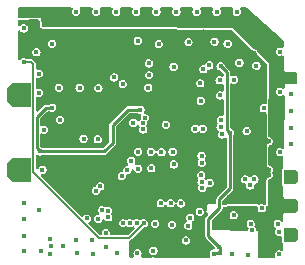
<source format=gbr>
%TF.GenerationSoftware,KiCad,Pcbnew,8.0.5*%
%TF.CreationDate,2024-10-22T08:55:15+02:00*%
%TF.ProjectId,cansatperso,63616e73-6174-4706-9572-736f2e6b6963,rev?*%
%TF.SameCoordinates,Original*%
%TF.FileFunction,Copper,L4,Inr*%
%TF.FilePolarity,Positive*%
%FSLAX46Y46*%
G04 Gerber Fmt 4.6, Leading zero omitted, Abs format (unit mm)*
G04 Created by KiCad (PCBNEW 8.0.5) date 2024-10-22 08:55:15*
%MOMM*%
%LPD*%
G01*
G04 APERTURE LIST*
G04 Aperture macros list*
%AMOutline5P*
0 Free polygon, 5 corners , with rotation*
0 The origin of the aperture is its center*
0 number of corners: always 5*
0 $1 to $10 corner X, Y*
0 $11 Rotation angle, in degrees counterclockwise*
0 create outline with 5 corners*
4,1,5,$1,$2,$3,$4,$5,$6,$7,$8,$9,$10,$1,$2,$11*%
%AMOutline6P*
0 Free polygon, 6 corners , with rotation*
0 The origin of the aperture is its center*
0 number of corners: always 6*
0 $1 to $12 corner X, Y*
0 $13 Rotation angle, in degrees counterclockwise*
0 create outline with 6 corners*
4,1,6,$1,$2,$3,$4,$5,$6,$7,$8,$9,$10,$11,$12,$1,$2,$13*%
%AMOutline7P*
0 Free polygon, 7 corners , with rotation*
0 The origin of the aperture is its center*
0 number of corners: always 7*
0 $1 to $14 corner X, Y*
0 $15 Rotation angle, in degrees counterclockwise*
0 create outline with 7 corners*
4,1,7,$1,$2,$3,$4,$5,$6,$7,$8,$9,$10,$11,$12,$13,$14,$1,$2,$15*%
%AMOutline8P*
0 Free polygon, 8 corners , with rotation*
0 The origin of the aperture is its center*
0 number of corners: always 8*
0 $1 to $16 corner X, Y*
0 $17 Rotation angle, in degrees counterclockwise*
0 create outline with 8 corners*
4,1,8,$1,$2,$3,$4,$5,$6,$7,$8,$9,$10,$11,$12,$13,$14,$15,$16,$1,$2,$17*%
%AMFreePoly0*
4,1,8,1.000000,0.600000,1.000000,-1.000000,0.000000,-1.000000,-1.000000,-1.000000,-1.000000,0.600000,-0.600000,1.000000,0.600000,1.000000,1.000000,0.600000,1.000000,0.600000,$1*%
G04 Aperture macros list end*
%TA.AperFunction,ComponentPad*%
%ADD10Outline6P,-0.600000X0.360000X-0.360000X0.600000X0.360000X0.600000X0.600000X0.360000X0.600000X-0.600000X-0.600000X-0.600000X270.000000*%
%TD*%
%TA.AperFunction,ComponentPad*%
%ADD11FreePoly0,90.000000*%
%TD*%
%TA.AperFunction,ViaPad*%
%ADD12C,0.400000*%
%TD*%
%TA.AperFunction,Conductor*%
%ADD13C,0.250000*%
%TD*%
%TA.AperFunction,Conductor*%
%ADD14C,0.150000*%
%TD*%
G04 APERTURE END LIST*
D10*
%TO.N,TIM3_CHI_PWM4*%
%TO.C,REF\u002A\u002A2*%
X195660000Y-87340000D03*
%TD*%
D11*
%TO.N,GND*%
%TO.C,*%
X172680000Y-80400000D03*
%TD*%
D10*
%TO.N,+5V*%
%TO.C,REF\u002A\u002A1*%
X195660000Y-89740000D03*
%TD*%
%TO.N,GND*%
%TO.C,REF\u002A\u002A*%
X195660000Y-92190000D03*
%TD*%
D11*
%TO.N,BAT+*%
%TO.C,REF\u002A\u002A*%
X172675000Y-86705000D03*
%TD*%
D12*
%TO.N,GND*%
X194680000Y-91940000D03*
%TO.N,+3.3V*%
X180140000Y-83220000D03*
X181090000Y-83220000D03*
%TO.N,GND*%
X176360000Y-93120000D03*
X176050000Y-79740000D03*
X184730000Y-85210000D03*
X176140000Y-82470000D03*
X194760000Y-76690000D03*
X195710000Y-81720000D03*
X192250000Y-88020000D03*
X182160000Y-85940000D03*
X188780000Y-77860000D03*
X188060000Y-80840000D03*
X191100000Y-73300000D03*
X174140000Y-76740000D03*
X182600000Y-73300000D03*
X189650000Y-79120000D03*
X190880000Y-79060000D03*
X175390000Y-93170000D03*
X180900000Y-73300000D03*
X185500000Y-89530000D03*
X183680000Y-78680000D03*
X178400000Y-90820000D03*
X173080000Y-74720000D03*
X186810000Y-92670000D03*
X182750000Y-85180000D03*
X194760000Y-85190000D03*
X186380000Y-89540000D03*
X183870000Y-86560000D03*
X185770000Y-86240000D03*
X177800000Y-79760000D03*
X175330000Y-93790000D03*
X182730000Y-75760000D03*
X179340000Y-84110000D03*
X191820000Y-87500000D03*
X192290000Y-91270000D03*
X177500000Y-73300000D03*
X188800000Y-87800000D03*
X174340000Y-78550000D03*
X183840000Y-85180000D03*
X179390000Y-79780000D03*
X175330000Y-92590000D03*
X183670000Y-77690000D03*
X187970000Y-90257500D03*
X178860000Y-92680000D03*
X187700000Y-73300000D03*
X184670000Y-89530000D03*
X184040000Y-93547500D03*
X182700000Y-93770000D03*
X194580000Y-91267500D03*
X189400000Y-73300000D03*
X174340000Y-80170000D03*
X178930000Y-93810000D03*
X189690000Y-80400000D03*
X182750000Y-86610000D03*
X179200000Y-73300000D03*
X181370000Y-87230000D03*
X192770000Y-77880000D03*
X178130000Y-84070000D03*
X181450000Y-79430000D03*
X192420000Y-91820000D03*
X187000000Y-91430000D03*
X174400000Y-90095000D03*
X183600000Y-79750000D03*
X191330000Y-77620000D03*
X185670000Y-85170000D03*
X181840000Y-86720000D03*
X194760000Y-80090000D03*
X181000000Y-93770000D03*
X177480000Y-92630000D03*
X184300000Y-73300000D03*
X177600000Y-93770000D03*
X186000000Y-73300000D03*
X188010000Y-79360000D03*
X192600000Y-87500000D03*
%TO.N,+3.3V*%
X193380000Y-84040000D03*
X190050000Y-89495521D03*
X189750000Y-81710000D03*
X193800000Y-86700000D03*
X189950000Y-84530000D03*
X187800000Y-75020000D03*
X190420521Y-89010521D03*
X190070000Y-85070000D03*
X193830000Y-84270000D03*
X195710000Y-80320000D03*
X173070000Y-76130000D03*
X186180000Y-91660000D03*
X188320000Y-75010000D03*
X185110000Y-91730000D03*
X192570000Y-76830000D03*
X183050000Y-75090000D03*
X193816587Y-87131306D03*
X181740000Y-82530000D03*
X193150000Y-82610000D03*
X185020000Y-92422500D03*
%TO.N,NRST*%
X173080000Y-93590000D03*
X179380000Y-90850660D03*
%TO.N,USART3_RX*%
X180000000Y-93270000D03*
X182345000Y-82715000D03*
%TO.N,SDDETECT*%
X193396250Y-81483750D03*
X184190000Y-91260000D03*
%TO.N,VIN*%
X175470000Y-81450000D03*
X182950430Y-81600789D03*
X174480000Y-85147500D03*
%TO.N,+5V*%
X177340000Y-74380000D03*
X189147500Y-91280000D03*
X193490000Y-93810000D03*
X181560000Y-74390000D03*
X173070000Y-73460000D03*
X181541494Y-73890340D03*
X175170000Y-73890000D03*
X175170000Y-74330000D03*
X194280000Y-88840000D03*
X194280000Y-89310000D03*
X195710000Y-78920000D03*
%TO.N,ADC1_IN3_VBAT*%
X174770000Y-83300000D03*
X179180000Y-88470000D03*
%TO.N,ADC1_IN2_CURR*%
X180720000Y-78872500D03*
X179541191Y-88089171D03*
%TO.N,I2C3_SDA_ACCEL*%
X185110000Y-82870000D03*
X195710000Y-83120000D03*
X189860000Y-83705000D03*
%TO.N,I2C3_SCL_ACCEL*%
X188090000Y-87150000D03*
X191937000Y-83410000D03*
X195710000Y-84520000D03*
%TO.N,3.3VEN*%
X189655249Y-93721215D03*
X189160000Y-93790000D03*
X189740000Y-77920000D03*
X190530166Y-83559834D03*
X189610000Y-93200000D03*
%TO.N,SPI1_CS_SD*%
X182650000Y-91240000D03*
X190330000Y-76010000D03*
%TO.N,SPI1_MISO_SD*%
X181480000Y-91210000D03*
X184510000Y-76050000D03*
%TO.N,SPI1_SCK_SD*%
X180225170Y-90704168D03*
X187020000Y-75880000D03*
%TO.N,SPI1_MOSI_SD*%
X189220000Y-75840000D03*
X182060000Y-91220000D03*
%TO.N,USART1_RX_GPS*%
X189730000Y-83060000D03*
X183132230Y-82772331D03*
%TO.N,USART1_TX_GPS*%
X183185000Y-83269541D03*
X189760000Y-82490000D03*
%TO.N,LPUART1_RX_RADIO*%
X185760000Y-77960000D03*
X179690000Y-90100000D03*
%TO.N,LPUART1_TX_RADIO*%
X187160000Y-90760000D03*
X188260000Y-78180000D03*
%TO.N,GPIO_EXTI1*%
X173070000Y-77580000D03*
X183230000Y-91230000D03*
%TO.N,SWO*%
X183310000Y-82305000D03*
X173090000Y-89490000D03*
%TO.N,SWDIO*%
X188230000Y-83220000D03*
X173070000Y-92300000D03*
%TO.N,SWCLK{slash}I2C1_SDA*%
X173070000Y-90900000D03*
X187585000Y-83220000D03*
%TO.N,TIM3_CHI_PWM4*%
X188120000Y-87730000D03*
%TO.N,USART3_TX*%
X185620000Y-91330000D03*
X180020000Y-92060000D03*
%TO.N,D+*%
X193220000Y-89955000D03*
X188120000Y-85490000D03*
%TO.N,D-*%
X190860000Y-90540000D03*
X188150000Y-86110000D03*
%TO.N,BAT+*%
X174650000Y-86680000D03*
X175470000Y-76026000D03*
%TO.N,PWEN*%
X188180000Y-88240000D03*
X194690000Y-93860000D03*
%TO.N,USBD+*%
X192060000Y-93870000D03*
%TO.N,USBD-*%
X190740000Y-93860000D03*
%TO.N,ADC2_IN17*%
X180190000Y-90150000D03*
X174500000Y-93530000D03*
%TD*%
D13*
%TO.N,VIN*%
X179866459Y-85147500D02*
X174480000Y-85147500D01*
X181898170Y-81600789D02*
X180600000Y-82898959D01*
X180600000Y-84413959D02*
X179866459Y-85147500D01*
X182950430Y-81600789D02*
X181898170Y-81600789D01*
X180600000Y-82898959D02*
X180600000Y-84413959D01*
X174164815Y-82255185D02*
X174164815Y-84832315D01*
X174970000Y-81450000D02*
X174164815Y-82255185D01*
X175470000Y-81450000D02*
X174970000Y-81450000D01*
X174164815Y-84832315D02*
X174480000Y-85147500D01*
%TO.N,3.3VEN*%
X190550000Y-88280000D02*
X190550000Y-83579668D01*
X189610000Y-93200000D02*
X189655249Y-93245249D01*
X189655249Y-93721215D02*
X189228785Y-93721215D01*
X189610000Y-93200000D02*
X188710000Y-92300000D01*
X190550000Y-83579668D02*
X190530166Y-83559834D01*
X190530166Y-83559834D02*
X190275000Y-83304668D01*
X189625000Y-89205000D02*
X190550000Y-88280000D01*
X189228785Y-93721215D02*
X189160000Y-93790000D01*
X190275000Y-78455000D02*
X189740000Y-77920000D01*
X189625000Y-89945000D02*
X189625000Y-89205000D01*
X189655249Y-93245249D02*
X189655249Y-93721215D01*
X188710000Y-90860000D02*
X189625000Y-89945000D01*
X188710000Y-92300000D02*
X188710000Y-90860000D01*
X190275000Y-83304668D02*
X190275000Y-78455000D01*
D14*
%TO.N,GPIO_EXTI1*%
X173720000Y-77580000D02*
X173864815Y-77724815D01*
X179430000Y-92470000D02*
X181990000Y-92470000D01*
X181990000Y-92470000D02*
X183230000Y-91230000D01*
X173864815Y-77724815D02*
X173864815Y-86904815D01*
X173070000Y-77580000D02*
X173720000Y-77580000D01*
X173864815Y-86904815D02*
X179430000Y-92470000D01*
%TD*%
%TA.AperFunction,Conductor*%
%TO.N,+5V*%
G36*
X177154489Y-72960185D02*
G01*
X177200244Y-73012989D01*
X177210188Y-73082147D01*
X177197936Y-73120790D01*
X177162500Y-73190339D01*
X177162498Y-73190343D01*
X177145131Y-73299997D01*
X177145131Y-73300002D01*
X177162498Y-73409658D01*
X177212904Y-73508585D01*
X177212909Y-73508592D01*
X177291407Y-73587090D01*
X177291410Y-73587092D01*
X177291413Y-73587095D01*
X177390339Y-73637500D01*
X177390341Y-73637501D01*
X177499998Y-73654869D01*
X177500000Y-73654869D01*
X177500002Y-73654869D01*
X177609658Y-73637501D01*
X177609659Y-73637500D01*
X177609661Y-73637500D01*
X177708587Y-73587095D01*
X177787095Y-73508587D01*
X177837500Y-73409661D01*
X177837500Y-73409659D01*
X177837501Y-73409658D01*
X177854869Y-73300002D01*
X177854869Y-73299997D01*
X177837501Y-73190343D01*
X177837500Y-73190341D01*
X177837500Y-73190339D01*
X177802064Y-73120792D01*
X177789169Y-73052125D01*
X177815446Y-72987385D01*
X177872552Y-72947128D01*
X177912550Y-72940500D01*
X178787450Y-72940500D01*
X178854489Y-72960185D01*
X178900244Y-73012989D01*
X178910188Y-73082147D01*
X178897936Y-73120790D01*
X178862500Y-73190339D01*
X178862498Y-73190343D01*
X178845131Y-73299997D01*
X178845131Y-73300002D01*
X178862498Y-73409658D01*
X178912904Y-73508585D01*
X178912909Y-73508592D01*
X178991407Y-73587090D01*
X178991410Y-73587092D01*
X178991413Y-73587095D01*
X179090339Y-73637500D01*
X179090341Y-73637501D01*
X179199998Y-73654869D01*
X179200000Y-73654869D01*
X179200002Y-73654869D01*
X179309658Y-73637501D01*
X179309659Y-73637500D01*
X179309661Y-73637500D01*
X179408587Y-73587095D01*
X179487095Y-73508587D01*
X179537500Y-73409661D01*
X179537500Y-73409659D01*
X179537501Y-73409658D01*
X179554869Y-73300002D01*
X179554869Y-73299997D01*
X179537501Y-73190343D01*
X179537500Y-73190341D01*
X179537500Y-73190339D01*
X179502064Y-73120792D01*
X179489169Y-73052125D01*
X179515446Y-72987385D01*
X179572552Y-72947128D01*
X179612550Y-72940500D01*
X180487450Y-72940500D01*
X180554489Y-72960185D01*
X180600244Y-73012989D01*
X180610188Y-73082147D01*
X180597936Y-73120790D01*
X180562500Y-73190339D01*
X180562498Y-73190343D01*
X180545131Y-73299997D01*
X180545131Y-73300002D01*
X180562498Y-73409658D01*
X180612904Y-73508585D01*
X180612909Y-73508592D01*
X180691407Y-73587090D01*
X180691410Y-73587092D01*
X180691413Y-73587095D01*
X180790339Y-73637500D01*
X180790341Y-73637501D01*
X180899998Y-73654869D01*
X180900000Y-73654869D01*
X180900002Y-73654869D01*
X181009658Y-73637501D01*
X181009659Y-73637500D01*
X181009661Y-73637500D01*
X181108587Y-73587095D01*
X181187095Y-73508587D01*
X181237500Y-73409661D01*
X181237500Y-73409659D01*
X181237501Y-73409658D01*
X181254869Y-73300002D01*
X181254869Y-73299997D01*
X181237501Y-73190343D01*
X181237500Y-73190341D01*
X181237500Y-73190339D01*
X181202064Y-73120792D01*
X181189169Y-73052125D01*
X181215446Y-72987385D01*
X181272552Y-72947128D01*
X181312550Y-72940500D01*
X182187450Y-72940500D01*
X182254489Y-72960185D01*
X182300244Y-73012989D01*
X182310188Y-73082147D01*
X182297936Y-73120790D01*
X182262500Y-73190339D01*
X182262498Y-73190343D01*
X182245131Y-73299997D01*
X182245131Y-73300002D01*
X182262498Y-73409658D01*
X182312904Y-73508585D01*
X182312909Y-73508592D01*
X182391407Y-73587090D01*
X182391410Y-73587092D01*
X182391413Y-73587095D01*
X182490339Y-73637500D01*
X182490341Y-73637501D01*
X182599998Y-73654869D01*
X182600000Y-73654869D01*
X182600002Y-73654869D01*
X182709658Y-73637501D01*
X182709659Y-73637500D01*
X182709661Y-73637500D01*
X182808587Y-73587095D01*
X182887095Y-73508587D01*
X182937500Y-73409661D01*
X182937500Y-73409659D01*
X182937501Y-73409658D01*
X182954869Y-73300002D01*
X182954869Y-73299997D01*
X182937501Y-73190343D01*
X182937500Y-73190341D01*
X182937500Y-73190339D01*
X182902064Y-73120792D01*
X182889169Y-73052125D01*
X182915446Y-72987385D01*
X182972552Y-72947128D01*
X183012550Y-72940500D01*
X183887450Y-72940500D01*
X183954489Y-72960185D01*
X184000244Y-73012989D01*
X184010188Y-73082147D01*
X183997936Y-73120790D01*
X183962500Y-73190339D01*
X183962498Y-73190343D01*
X183945131Y-73299997D01*
X183945131Y-73300002D01*
X183962498Y-73409658D01*
X184012904Y-73508585D01*
X184012909Y-73508592D01*
X184091407Y-73587090D01*
X184091410Y-73587092D01*
X184091413Y-73587095D01*
X184190339Y-73637500D01*
X184190341Y-73637501D01*
X184299998Y-73654869D01*
X184300000Y-73654869D01*
X184300002Y-73654869D01*
X184409658Y-73637501D01*
X184409659Y-73637500D01*
X184409661Y-73637500D01*
X184508587Y-73587095D01*
X184587095Y-73508587D01*
X184637500Y-73409661D01*
X184637500Y-73409659D01*
X184637501Y-73409658D01*
X184654869Y-73300002D01*
X184654869Y-73299997D01*
X184637501Y-73190343D01*
X184637500Y-73190341D01*
X184637500Y-73190339D01*
X184602064Y-73120792D01*
X184589169Y-73052125D01*
X184615446Y-72987385D01*
X184672552Y-72947128D01*
X184712550Y-72940500D01*
X185587450Y-72940500D01*
X185654489Y-72960185D01*
X185700244Y-73012989D01*
X185710188Y-73082147D01*
X185697936Y-73120790D01*
X185662500Y-73190339D01*
X185662498Y-73190343D01*
X185645131Y-73299997D01*
X185645131Y-73300002D01*
X185662498Y-73409658D01*
X185712904Y-73508585D01*
X185712909Y-73508592D01*
X185791407Y-73587090D01*
X185791410Y-73587092D01*
X185791413Y-73587095D01*
X185890339Y-73637500D01*
X185890341Y-73637501D01*
X185999998Y-73654869D01*
X186000000Y-73654869D01*
X186000002Y-73654869D01*
X186109658Y-73637501D01*
X186109659Y-73637500D01*
X186109661Y-73637500D01*
X186208587Y-73587095D01*
X186287095Y-73508587D01*
X186337500Y-73409661D01*
X186337500Y-73409659D01*
X186337501Y-73409658D01*
X186354869Y-73300002D01*
X186354869Y-73299997D01*
X186337501Y-73190343D01*
X186337500Y-73190341D01*
X186337500Y-73190339D01*
X186302064Y-73120792D01*
X186289169Y-73052125D01*
X186315446Y-72987385D01*
X186372552Y-72947128D01*
X186412550Y-72940500D01*
X187287450Y-72940500D01*
X187354489Y-72960185D01*
X187400244Y-73012989D01*
X187410188Y-73082147D01*
X187397936Y-73120790D01*
X187362500Y-73190339D01*
X187362498Y-73190343D01*
X187345131Y-73299997D01*
X187345131Y-73300002D01*
X187362498Y-73409658D01*
X187412904Y-73508585D01*
X187412909Y-73508592D01*
X187491407Y-73587090D01*
X187491410Y-73587092D01*
X187491413Y-73587095D01*
X187590339Y-73637500D01*
X187590341Y-73637501D01*
X187699998Y-73654869D01*
X187700000Y-73654869D01*
X187700002Y-73654869D01*
X187809658Y-73637501D01*
X187809659Y-73637500D01*
X187809661Y-73637500D01*
X187908587Y-73587095D01*
X187987095Y-73508587D01*
X188037500Y-73409661D01*
X188037500Y-73409659D01*
X188037501Y-73409658D01*
X188054869Y-73300002D01*
X188054869Y-73299997D01*
X188037501Y-73190343D01*
X188037500Y-73190341D01*
X188037500Y-73190339D01*
X188002064Y-73120792D01*
X187989169Y-73052125D01*
X188015446Y-72987385D01*
X188072552Y-72947128D01*
X188112550Y-72940500D01*
X188987450Y-72940500D01*
X189054489Y-72960185D01*
X189100244Y-73012989D01*
X189110188Y-73082147D01*
X189097936Y-73120790D01*
X189062500Y-73190339D01*
X189062498Y-73190343D01*
X189045131Y-73299997D01*
X189045131Y-73300002D01*
X189062498Y-73409658D01*
X189112904Y-73508585D01*
X189112909Y-73508592D01*
X189191407Y-73587090D01*
X189191410Y-73587092D01*
X189191413Y-73587095D01*
X189290339Y-73637500D01*
X189290341Y-73637501D01*
X189399998Y-73654869D01*
X189400000Y-73654869D01*
X189400002Y-73654869D01*
X189509658Y-73637501D01*
X189509659Y-73637500D01*
X189509661Y-73637500D01*
X189608587Y-73587095D01*
X189687095Y-73508587D01*
X189737500Y-73409661D01*
X189737500Y-73409659D01*
X189737501Y-73409658D01*
X189754869Y-73300002D01*
X189754869Y-73299997D01*
X189737501Y-73190343D01*
X189737500Y-73190341D01*
X189737500Y-73190339D01*
X189702064Y-73120792D01*
X189689169Y-73052125D01*
X189715446Y-72987385D01*
X189772552Y-72947128D01*
X189812550Y-72940500D01*
X190687450Y-72940500D01*
X190754489Y-72960185D01*
X190800244Y-73012989D01*
X190810188Y-73082147D01*
X190797936Y-73120790D01*
X190762500Y-73190339D01*
X190762498Y-73190343D01*
X190745131Y-73299997D01*
X190745131Y-73300002D01*
X190762498Y-73409658D01*
X190812904Y-73508585D01*
X190812909Y-73508592D01*
X190891407Y-73587090D01*
X190891410Y-73587092D01*
X190891413Y-73587095D01*
X190990339Y-73637500D01*
X190990341Y-73637501D01*
X191099998Y-73654869D01*
X191100000Y-73654869D01*
X191100002Y-73654869D01*
X191209658Y-73637501D01*
X191209659Y-73637500D01*
X191209661Y-73637500D01*
X191308587Y-73587095D01*
X191387095Y-73508587D01*
X191437500Y-73409661D01*
X191437500Y-73409659D01*
X191437501Y-73409658D01*
X191454869Y-73300002D01*
X191454869Y-73299997D01*
X191437501Y-73190343D01*
X191437500Y-73190341D01*
X191437500Y-73190339D01*
X191402064Y-73120792D01*
X191389169Y-73052125D01*
X191415446Y-72987385D01*
X191472552Y-72947128D01*
X191512550Y-72940500D01*
X191897973Y-72940500D01*
X191965012Y-72960185D01*
X191981201Y-72972581D01*
X195028731Y-75732082D01*
X195065212Y-75791670D01*
X195069500Y-75823998D01*
X195069500Y-76251973D01*
X195049815Y-76319012D01*
X194997011Y-76364767D01*
X194927853Y-76374711D01*
X194889208Y-76362459D01*
X194869659Y-76352499D01*
X194760002Y-76335131D01*
X194759998Y-76335131D01*
X194650341Y-76352498D01*
X194551414Y-76402904D01*
X194551407Y-76402909D01*
X194472909Y-76481407D01*
X194472904Y-76481414D01*
X194422498Y-76580341D01*
X194405131Y-76689997D01*
X194405131Y-76690002D01*
X194422498Y-76799658D01*
X194472904Y-76898585D01*
X194472909Y-76898592D01*
X194551407Y-76977090D01*
X194551410Y-76977092D01*
X194551413Y-76977095D01*
X194630793Y-77017541D01*
X194650341Y-77027501D01*
X194759998Y-77044869D01*
X194760000Y-77044869D01*
X194760002Y-77044869D01*
X194869656Y-77027501D01*
X194869656Y-77027500D01*
X194869661Y-77027500D01*
X194889207Y-77017540D01*
X194957874Y-77004645D01*
X195022615Y-77030921D01*
X195062872Y-77088028D01*
X195069500Y-77128026D01*
X195069500Y-78249992D01*
X195084799Y-78286928D01*
X195121707Y-78323836D01*
X195118514Y-78327028D01*
X195147799Y-78361994D01*
X195149717Y-78371291D01*
X195158303Y-78380000D01*
X196076004Y-78388809D01*
X196142850Y-78409136D01*
X196188096Y-78462377D01*
X196198806Y-78513997D01*
X196191180Y-79305888D01*
X196170851Y-79372735D01*
X196117609Y-79417979D01*
X196067364Y-79428694D01*
X195156746Y-79429999D01*
X195156745Y-79430000D01*
X195155617Y-79696378D01*
X195135649Y-79763334D01*
X195082651Y-79808865D01*
X195013451Y-79818515D01*
X194975323Y-79806338D01*
X194968588Y-79802906D01*
X194968587Y-79802905D01*
X194869661Y-79752500D01*
X194869659Y-79752499D01*
X194869656Y-79752498D01*
X194760002Y-79735131D01*
X194759998Y-79735131D01*
X194650341Y-79752498D01*
X194551414Y-79802904D01*
X194551407Y-79802909D01*
X194472909Y-79881407D01*
X194472904Y-79881414D01*
X194422498Y-79980341D01*
X194405131Y-80089997D01*
X194405131Y-80090002D01*
X194422498Y-80199658D01*
X194472904Y-80298585D01*
X194472909Y-80298592D01*
X194551407Y-80377090D01*
X194551410Y-80377092D01*
X194551413Y-80377095D01*
X194574280Y-80388746D01*
X194650341Y-80427501D01*
X194759998Y-80444869D01*
X194760000Y-80444869D01*
X194760002Y-80444869D01*
X194869656Y-80427501D01*
X194869656Y-80427500D01*
X194869661Y-80427500D01*
X194968587Y-80377095D01*
X194968589Y-80377092D01*
X194971978Y-80375366D01*
X195040647Y-80362470D01*
X195105388Y-80388746D01*
X195145645Y-80445853D01*
X195152272Y-80486376D01*
X195148373Y-81407534D01*
X195140000Y-83554820D01*
X195138780Y-84787396D01*
X195119029Y-84854416D01*
X195066180Y-84900118D01*
X194997011Y-84909993D01*
X194958486Y-84897758D01*
X194869658Y-84852498D01*
X194760002Y-84835131D01*
X194759998Y-84835131D01*
X194650341Y-84852498D01*
X194551414Y-84902904D01*
X194551407Y-84902909D01*
X194472909Y-84981407D01*
X194472904Y-84981414D01*
X194422498Y-85080341D01*
X194405131Y-85189997D01*
X194405131Y-85190002D01*
X194422498Y-85299658D01*
X194472904Y-85398585D01*
X194472909Y-85398592D01*
X194551407Y-85477090D01*
X194551410Y-85477092D01*
X194551413Y-85477095D01*
X194611087Y-85507500D01*
X194650341Y-85527501D01*
X194759998Y-85544869D01*
X194760000Y-85544869D01*
X194760002Y-85544869D01*
X194869657Y-85527501D01*
X194869658Y-85527500D01*
X194869661Y-85527500D01*
X194879205Y-85522636D01*
X194947873Y-85509740D01*
X195012614Y-85536016D01*
X195052871Y-85593121D01*
X195059500Y-85633121D01*
X195059500Y-86493051D01*
X195039815Y-86560090D01*
X195004391Y-86596153D01*
X194951495Y-86631496D01*
X194918234Y-86681275D01*
X194918231Y-86681282D01*
X194909500Y-86725177D01*
X194909500Y-86725180D01*
X194909500Y-87954820D01*
X194909500Y-87954822D01*
X194909499Y-87954822D01*
X194918231Y-87998717D01*
X194918234Y-87998724D01*
X194951494Y-88048502D01*
X194951495Y-88048502D01*
X194951496Y-88048504D01*
X195001278Y-88081767D01*
X195001280Y-88081767D01*
X195004390Y-88083845D01*
X195049195Y-88137457D01*
X195059500Y-88186948D01*
X195059500Y-88999992D01*
X195074799Y-89036928D01*
X195098147Y-89060276D01*
X195131632Y-89121599D01*
X195134466Y-89148079D01*
X195134375Y-89239999D01*
X195134375Y-89240000D01*
X195664485Y-89248085D01*
X195731216Y-89268790D01*
X195776160Y-89322286D01*
X195786546Y-89375483D01*
X195762967Y-90232170D01*
X195741445Y-90298642D01*
X195687403Y-90342927D01*
X195652798Y-90351989D01*
X195503123Y-90368731D01*
X195489339Y-90369500D01*
X195140007Y-90369500D01*
X195103071Y-90384799D01*
X195074799Y-90413071D01*
X195059500Y-90450007D01*
X195059500Y-90951955D01*
X195039815Y-91018994D01*
X194987011Y-91064749D01*
X194917853Y-91074693D01*
X194854297Y-91045668D01*
X194847819Y-91039636D01*
X194788592Y-90980409D01*
X194788588Y-90980406D01*
X194788587Y-90980405D01*
X194734615Y-90952905D01*
X194689658Y-90929998D01*
X194580002Y-90912631D01*
X194579998Y-90912631D01*
X194470341Y-90929998D01*
X194371414Y-90980404D01*
X194371407Y-90980409D01*
X194292909Y-91058907D01*
X194292904Y-91058914D01*
X194242498Y-91157841D01*
X194225131Y-91267497D01*
X194225131Y-91267502D01*
X194242498Y-91377158D01*
X194292904Y-91476085D01*
X194292909Y-91476092D01*
X194378313Y-91561496D01*
X194376881Y-91562927D01*
X194411906Y-91608342D01*
X194417889Y-91677955D01*
X194396683Y-91726210D01*
X194392908Y-91731406D01*
X194342498Y-91830341D01*
X194325131Y-91939997D01*
X194325131Y-91940002D01*
X194342498Y-92049658D01*
X194392904Y-92148585D01*
X194392909Y-92148592D01*
X194471407Y-92227090D01*
X194471410Y-92227092D01*
X194471413Y-92227095D01*
X194565690Y-92275131D01*
X194570341Y-92277501D01*
X194679998Y-92294869D01*
X194680000Y-92294869D01*
X194680002Y-92294869D01*
X194766102Y-92281232D01*
X194835395Y-92290187D01*
X194888847Y-92335183D01*
X194909487Y-92401934D01*
X194909500Y-92403705D01*
X194909500Y-92804820D01*
X194909500Y-92804822D01*
X194909499Y-92804822D01*
X194918231Y-92848717D01*
X194918234Y-92848724D01*
X194951494Y-92898502D01*
X194951495Y-92898502D01*
X194951496Y-92898504D01*
X195001278Y-92931767D01*
X195001280Y-92931767D01*
X195004390Y-92933845D01*
X195049195Y-92987457D01*
X195059500Y-93036948D01*
X195059500Y-93452545D01*
X195039815Y-93519584D01*
X194987011Y-93565339D01*
X194917853Y-93575283D01*
X194879206Y-93563030D01*
X194876032Y-93561413D01*
X194848727Y-93547500D01*
X194799658Y-93522498D01*
X194690002Y-93505131D01*
X194689998Y-93505131D01*
X194580341Y-93522498D01*
X194481414Y-93572904D01*
X194481407Y-93572909D01*
X194402909Y-93651407D01*
X194402904Y-93651414D01*
X194352498Y-93750341D01*
X194335131Y-93859997D01*
X194335131Y-93860002D01*
X194352499Y-93969659D01*
X194355514Y-93978937D01*
X194353688Y-93979530D01*
X194364342Y-94036262D01*
X194338065Y-94101002D01*
X194280958Y-94141258D01*
X194240743Y-94147886D01*
X193014470Y-94145735D01*
X192947466Y-94125933D01*
X192901803Y-94073049D01*
X192890690Y-94021202D01*
X192900000Y-91880000D01*
X192899998Y-91879999D01*
X192899999Y-91879999D01*
X192887595Y-91879735D01*
X192820991Y-91858625D01*
X192776373Y-91804857D01*
X192767767Y-91775160D01*
X192757501Y-91710342D01*
X192757500Y-91710340D01*
X192757500Y-91710339D01*
X192707095Y-91611413D01*
X192639842Y-91544160D01*
X192606359Y-91482840D01*
X192611343Y-91413148D01*
X192617032Y-91400205D01*
X192627500Y-91379661D01*
X192627897Y-91377158D01*
X192644869Y-91270002D01*
X192644869Y-91269997D01*
X192627501Y-91160341D01*
X192600371Y-91107095D01*
X192577095Y-91061413D01*
X192577092Y-91061410D01*
X192577090Y-91061407D01*
X192498592Y-90982909D01*
X192498588Y-90982906D01*
X192498587Y-90982905D01*
X192470486Y-90968587D01*
X192399658Y-90932498D01*
X192290002Y-90915131D01*
X192289998Y-90915131D01*
X192180341Y-90932498D01*
X192081414Y-90982904D01*
X192081407Y-90982909D01*
X192002909Y-91061407D01*
X192002904Y-91061414D01*
X191952498Y-91160341D01*
X191935131Y-91269997D01*
X191935131Y-91270002D01*
X191952498Y-91379658D01*
X191974619Y-91423072D01*
X192002905Y-91478587D01*
X192070156Y-91545838D01*
X192103640Y-91607159D01*
X192098656Y-91676851D01*
X192092959Y-91689812D01*
X192082499Y-91710341D01*
X192075398Y-91755172D01*
X192045468Y-91818306D01*
X191986156Y-91855236D01*
X191950281Y-91859744D01*
X189106856Y-91799103D01*
X189040252Y-91777993D01*
X188995633Y-91724226D01*
X188985500Y-91675131D01*
X188985500Y-91025477D01*
X189005185Y-90958438D01*
X189021819Y-90937796D01*
X189419618Y-90539997D01*
X190505131Y-90539997D01*
X190505131Y-90540002D01*
X190522498Y-90649658D01*
X190572904Y-90748585D01*
X190572909Y-90748592D01*
X190651407Y-90827090D01*
X190651410Y-90827092D01*
X190651413Y-90827095D01*
X190734954Y-90869661D01*
X190750341Y-90877501D01*
X190859998Y-90894869D01*
X190860000Y-90894869D01*
X190860002Y-90894869D01*
X190969658Y-90877501D01*
X190969659Y-90877500D01*
X190969661Y-90877500D01*
X191068587Y-90827095D01*
X191147095Y-90748587D01*
X191197500Y-90649661D01*
X191197500Y-90649659D01*
X191197501Y-90649658D01*
X191214869Y-90540002D01*
X191214869Y-90539997D01*
X191197501Y-90430341D01*
X191190741Y-90417073D01*
X191147095Y-90331413D01*
X191147092Y-90331410D01*
X191147090Y-90331407D01*
X191068592Y-90252909D01*
X191068588Y-90252906D01*
X191068587Y-90252905D01*
X190997980Y-90216929D01*
X190969658Y-90202498D01*
X190860002Y-90185131D01*
X190859998Y-90185131D01*
X190750341Y-90202498D01*
X190651414Y-90252904D01*
X190651407Y-90252909D01*
X190572909Y-90331407D01*
X190572904Y-90331414D01*
X190522498Y-90430341D01*
X190505131Y-90539997D01*
X189419618Y-90539997D01*
X189858557Y-90101059D01*
X189883708Y-90040339D01*
X189900500Y-89999800D01*
X189900500Y-89971896D01*
X189920185Y-89904857D01*
X189972989Y-89859102D01*
X190042147Y-89849158D01*
X190043837Y-89849413D01*
X190050000Y-89850390D01*
X190050000Y-89850389D01*
X190050001Y-89850390D01*
X190050002Y-89850390D01*
X190159658Y-89833022D01*
X190159659Y-89833021D01*
X190159661Y-89833021D01*
X190258587Y-89782616D01*
X190258592Y-89782611D01*
X190264885Y-89776319D01*
X190326208Y-89742834D01*
X190352566Y-89740000D01*
X192753998Y-89740000D01*
X192821037Y-89759685D01*
X192866792Y-89812489D01*
X192876736Y-89881647D01*
X192876471Y-89883397D01*
X192865131Y-89954996D01*
X192865131Y-89955002D01*
X192882498Y-90064658D01*
X192932904Y-90163585D01*
X192932909Y-90163592D01*
X193011407Y-90242090D01*
X193011410Y-90242092D01*
X193011413Y-90242095D01*
X193056544Y-90265090D01*
X193110341Y-90292501D01*
X193219998Y-90309869D01*
X193220000Y-90309869D01*
X193220002Y-90309869D01*
X193329658Y-90292501D01*
X193329659Y-90292500D01*
X193329661Y-90292500D01*
X193428587Y-90242095D01*
X193507095Y-90163587D01*
X193557500Y-90064661D01*
X193557500Y-90064659D01*
X193557501Y-90064658D01*
X193574869Y-89955002D01*
X193574869Y-89954996D01*
X193563529Y-89883397D01*
X193572484Y-89814104D01*
X193617480Y-89760652D01*
X193684232Y-89740013D01*
X193686002Y-89740000D01*
X193770000Y-89740000D01*
X193775305Y-87598310D01*
X193795156Y-87531321D01*
X193848073Y-87485697D01*
X193879908Y-87476146D01*
X193926245Y-87468807D01*
X193926246Y-87468806D01*
X193926248Y-87468806D01*
X194025174Y-87418401D01*
X194103682Y-87339893D01*
X194154087Y-87240967D01*
X194154087Y-87240965D01*
X194154088Y-87240964D01*
X194171456Y-87131308D01*
X194171456Y-87131303D01*
X194154088Y-87021649D01*
X194154087Y-87021647D01*
X194154087Y-87021645D01*
X194120469Y-86955666D01*
X194107574Y-86887001D01*
X194120469Y-86843085D01*
X194137500Y-86809661D01*
X194137501Y-86809656D01*
X194154869Y-86700002D01*
X194154869Y-86699997D01*
X194137501Y-86590341D01*
X194137500Y-86590339D01*
X194087095Y-86491413D01*
X194087092Y-86491410D01*
X194087090Y-86491407D01*
X194008592Y-86412909D01*
X194008588Y-86412906D01*
X194008587Y-86412905D01*
X193909661Y-86362500D01*
X193909659Y-86362499D01*
X193909658Y-86362499D01*
X193883281Y-86358321D01*
X193820147Y-86328391D01*
X193783216Y-86269079D01*
X193778681Y-86235552D01*
X193782391Y-84738006D01*
X193802242Y-84671017D01*
X193855159Y-84625393D01*
X193886994Y-84615842D01*
X193939658Y-84607501D01*
X193939659Y-84607500D01*
X193939661Y-84607500D01*
X194038587Y-84557095D01*
X194117095Y-84478587D01*
X194167500Y-84379661D01*
X194167500Y-84379659D01*
X194167501Y-84379658D01*
X194184869Y-84270002D01*
X194184869Y-84269997D01*
X194167501Y-84160341D01*
X194121470Y-84070000D01*
X194117095Y-84061413D01*
X194117092Y-84061410D01*
X194117090Y-84061407D01*
X194038592Y-83982909D01*
X194038588Y-83982906D01*
X194038587Y-83982905D01*
X193939661Y-83932500D01*
X193939659Y-83932499D01*
X193939658Y-83932499D01*
X193889310Y-83924524D01*
X193826176Y-83894594D01*
X193789246Y-83835282D01*
X193784710Y-83801749D01*
X193800000Y-77630000D01*
X192950465Y-76826902D01*
X192915273Y-76766547D01*
X192913183Y-76756221D01*
X192907500Y-76720339D01*
X192857095Y-76621413D01*
X192857092Y-76621410D01*
X192857090Y-76621407D01*
X192778592Y-76542909D01*
X192778588Y-76542906D01*
X192778587Y-76542905D01*
X192744202Y-76525385D01*
X192679658Y-76492498D01*
X192617933Y-76482722D01*
X192554798Y-76452792D01*
X192552148Y-76450358D01*
X190690001Y-74690000D01*
X190689998Y-74689999D01*
X188387414Y-74664471D01*
X188369394Y-74662953D01*
X188320000Y-74655131D01*
X188279606Y-74661528D01*
X188258836Y-74663046D01*
X183925056Y-74615000D01*
X174709189Y-74600191D01*
X174642181Y-74580399D01*
X174596511Y-74527521D01*
X174585477Y-74480896D01*
X174560000Y-73810000D01*
X174559999Y-73810000D01*
X174559999Y-73809999D01*
X172696301Y-73837073D01*
X172628983Y-73818364D01*
X172582466Y-73766230D01*
X172570500Y-73713086D01*
X172570500Y-73064500D01*
X172590185Y-72997461D01*
X172642989Y-72951706D01*
X172694500Y-72940500D01*
X177087450Y-72940500D01*
X177154489Y-72960185D01*
G37*
%TD.AperFunction*%
%TD*%
%TA.AperFunction,Conductor*%
%TO.N,+3.3V*%
G36*
X174356578Y-73988157D02*
G01*
X174403095Y-74040291D01*
X174414972Y-74088729D01*
X174430089Y-74486802D01*
X174434155Y-74516698D01*
X174434158Y-74516714D01*
X174445189Y-74563327D01*
X174445192Y-74563334D01*
X174478826Y-74629159D01*
X174478832Y-74629167D01*
X174524492Y-74682034D01*
X174529467Y-74687524D01*
X174529469Y-74687526D01*
X174582558Y-74720002D01*
X174598135Y-74729531D01*
X174622753Y-74736802D01*
X174665141Y-74749322D01*
X174665144Y-74749322D01*
X174665146Y-74749323D01*
X174708931Y-74755690D01*
X174708939Y-74755691D01*
X183923632Y-74770497D01*
X183924748Y-74770504D01*
X188257112Y-74818536D01*
X188270171Y-74818132D01*
X188290941Y-74816614D01*
X188303929Y-74815114D01*
X188303950Y-74815110D01*
X188305653Y-74814914D01*
X188339281Y-74815621D01*
X188345072Y-74816539D01*
X188356341Y-74817904D01*
X188374361Y-74819422D01*
X188385690Y-74819961D01*
X190578876Y-74844275D01*
X190645690Y-74864701D01*
X190662682Y-74878158D01*
X192411533Y-76531413D01*
X192445325Y-76563358D01*
X192446959Y-76564881D01*
X192449609Y-76567315D01*
X192488187Y-76593303D01*
X192551322Y-76623233D01*
X192584721Y-76633560D01*
X192593601Y-76636306D01*
X192593602Y-76636306D01*
X192593608Y-76636308D01*
X192611606Y-76639158D01*
X192648505Y-76651146D01*
X192668552Y-76661361D01*
X192699937Y-76684164D01*
X192715834Y-76700061D01*
X192738638Y-76731448D01*
X192749073Y-76751928D01*
X192760481Y-76785788D01*
X192760514Y-76785782D01*
X192760566Y-76786040D01*
X192760613Y-76786179D01*
X192760767Y-76787036D01*
X192762864Y-76797395D01*
X192762865Y-76797397D01*
X192780941Y-76844875D01*
X192816132Y-76905228D01*
X192843642Y-76939902D01*
X193605384Y-77660006D01*
X193640578Y-77720364D01*
X193644200Y-77750422D01*
X193636094Y-81021990D01*
X193616243Y-81088981D01*
X193563326Y-81134605D01*
X193494143Y-81144377D01*
X193492696Y-81144156D01*
X193396252Y-81128881D01*
X193396248Y-81128881D01*
X193286591Y-81146248D01*
X193187664Y-81196654D01*
X193187657Y-81196659D01*
X193109159Y-81275157D01*
X193109154Y-81275164D01*
X193058748Y-81374091D01*
X193041381Y-81483747D01*
X193041381Y-81483752D01*
X193058748Y-81593408D01*
X193109154Y-81692335D01*
X193109159Y-81692342D01*
X193187657Y-81770840D01*
X193187660Y-81770842D01*
X193187663Y-81770845D01*
X193263285Y-81809376D01*
X193286591Y-81821251D01*
X193396248Y-81838619D01*
X193396250Y-81838619D01*
X193396252Y-81838619D01*
X193490406Y-81823706D01*
X193559699Y-81832660D01*
X193613151Y-81877656D01*
X193633791Y-81944408D01*
X193633804Y-81946486D01*
X193629210Y-83801368D01*
X193630612Y-83822587D01*
X193635149Y-83856128D01*
X193637053Y-83861414D01*
X193657242Y-83917473D01*
X193694172Y-83976785D01*
X193698233Y-83982973D01*
X193759564Y-84035104D01*
X193822698Y-84065034D01*
X193864982Y-84078109D01*
X193871609Y-84079158D01*
X193908498Y-84091144D01*
X193928553Y-84101362D01*
X193959937Y-84124164D01*
X193975833Y-84140060D01*
X193998637Y-84171446D01*
X194008853Y-84191496D01*
X194020841Y-84228394D01*
X194024358Y-84250600D01*
X194024359Y-84289394D01*
X194020841Y-84311607D01*
X194008852Y-84348505D01*
X193998639Y-84368549D01*
X193975835Y-84399935D01*
X193959936Y-84415834D01*
X193928550Y-84438638D01*
X193908506Y-84448851D01*
X193871617Y-84460838D01*
X193862678Y-84462254D01*
X193862659Y-84462258D01*
X193842319Y-84466898D01*
X193810474Y-84476451D01*
X193810473Y-84476452D01*
X193753618Y-84507621D01*
X193700695Y-84553251D01*
X193695215Y-84558208D01*
X193695214Y-84558210D01*
X193653149Y-84626836D01*
X193653148Y-84626839D01*
X193633301Y-84693816D01*
X193633297Y-84693833D01*
X193626891Y-84737610D01*
X193626891Y-84737621D01*
X193623396Y-86148587D01*
X193623181Y-86235171D01*
X193624582Y-86256380D01*
X193624584Y-86256398D01*
X193629119Y-86289924D01*
X193651214Y-86351274D01*
X193688144Y-86410584D01*
X193692202Y-86416767D01*
X193692204Y-86416770D01*
X193753535Y-86468901D01*
X193816669Y-86498831D01*
X193816674Y-86498832D01*
X193816675Y-86498833D01*
X193852375Y-86509872D01*
X193872033Y-86517849D01*
X193898553Y-86531362D01*
X193929937Y-86554164D01*
X193945834Y-86570061D01*
X193968636Y-86601444D01*
X193972994Y-86609997D01*
X193978852Y-86621492D01*
X193990842Y-86658393D01*
X193994359Y-86680601D01*
X193994358Y-86719396D01*
X193990733Y-86742282D01*
X193982553Y-86769645D01*
X193982981Y-86769816D01*
X193971271Y-86799265D01*
X193971268Y-86799273D01*
X193958372Y-86843192D01*
X193955656Y-86897500D01*
X193954746Y-86915702D01*
X193967641Y-86984367D01*
X193981918Y-87026262D01*
X193995439Y-87052800D01*
X194007427Y-87089695D01*
X194010945Y-87111907D01*
X194010945Y-87150704D01*
X194007427Y-87172915D01*
X193995439Y-87209810D01*
X193993860Y-87212909D01*
X193985226Y-87229855D01*
X193962422Y-87261241D01*
X193946523Y-87277140D01*
X193915135Y-87299945D01*
X193895090Y-87310158D01*
X193858221Y-87322141D01*
X193855606Y-87322555D01*
X193855573Y-87322562D01*
X193835233Y-87327202D01*
X193803388Y-87336755D01*
X193803387Y-87336756D01*
X193746532Y-87367925D01*
X193693609Y-87413555D01*
X193688129Y-87418512D01*
X193688128Y-87418514D01*
X193646063Y-87487140D01*
X193646062Y-87487143D01*
X193626215Y-87554120D01*
X193626211Y-87554137D01*
X193619805Y-87597914D01*
X193619805Y-87597926D01*
X193615056Y-89514815D01*
X193595205Y-89581806D01*
X193562021Y-89616194D01*
X193523874Y-89642816D01*
X193457633Y-89665040D01*
X193396617Y-89651615D01*
X193329661Y-89617500D01*
X193329659Y-89617499D01*
X193329656Y-89617498D01*
X193220002Y-89600131D01*
X193219998Y-89600131D01*
X193110342Y-89617498D01*
X193044592Y-89650999D01*
X192975923Y-89663894D01*
X192923760Y-89646394D01*
X192876358Y-89617500D01*
X192864848Y-89610484D01*
X192864847Y-89610483D01*
X192864846Y-89610483D01*
X192797810Y-89590799D01*
X192797800Y-89590797D01*
X192754001Y-89584500D01*
X192753998Y-89584500D01*
X190352566Y-89584500D01*
X190335958Y-89585390D01*
X190335949Y-89585390D01*
X190335943Y-89585391D01*
X190335937Y-89585391D01*
X190335906Y-89585394D01*
X190309584Y-89588224D01*
X190309582Y-89588225D01*
X190251687Y-89606354D01*
X190251682Y-89606355D01*
X190190356Y-89639843D01*
X190186255Y-89642913D01*
X190168252Y-89654121D01*
X190128502Y-89674374D01*
X190091607Y-89686361D01*
X190045069Y-89693732D01*
X190025247Y-89695258D01*
X190024076Y-89695254D01*
X189957105Y-89675341D01*
X189911530Y-89622381D01*
X189900500Y-89571255D01*
X189900500Y-89370477D01*
X189920185Y-89303438D01*
X189936819Y-89282796D01*
X190340115Y-88879500D01*
X190783558Y-88436058D01*
X190783558Y-88436056D01*
X190783560Y-88436055D01*
X190808903Y-88374869D01*
X190825500Y-88334800D01*
X190825500Y-88225200D01*
X190825500Y-87499997D01*
X191465131Y-87499997D01*
X191465131Y-87500002D01*
X191482498Y-87609658D01*
X191532904Y-87708585D01*
X191532909Y-87708592D01*
X191611407Y-87787090D01*
X191611410Y-87787092D01*
X191611413Y-87787095D01*
X191710339Y-87837500D01*
X191796336Y-87851120D01*
X191859467Y-87881048D01*
X191896399Y-87940360D01*
X191899409Y-87992989D01*
X191895131Y-88020001D01*
X191895131Y-88020002D01*
X191912498Y-88129658D01*
X191962904Y-88228585D01*
X191962909Y-88228592D01*
X192041407Y-88307090D01*
X192041410Y-88307092D01*
X192041413Y-88307095D01*
X192124946Y-88349657D01*
X192140341Y-88357501D01*
X192249998Y-88374869D01*
X192250000Y-88374869D01*
X192250002Y-88374869D01*
X192359658Y-88357501D01*
X192359659Y-88357500D01*
X192359661Y-88357500D01*
X192458587Y-88307095D01*
X192537095Y-88228587D01*
X192587500Y-88129661D01*
X192587500Y-88129659D01*
X192587501Y-88129658D01*
X192604869Y-88020002D01*
X192604869Y-88020001D01*
X192603061Y-88008585D01*
X192598633Y-87980630D01*
X192607587Y-87911339D01*
X192652582Y-87857887D01*
X192701708Y-87838759D01*
X192709661Y-87837500D01*
X192808587Y-87787095D01*
X192887095Y-87708587D01*
X192937500Y-87609661D01*
X192937500Y-87609659D01*
X192937501Y-87609658D01*
X192954869Y-87500002D01*
X192954869Y-87499997D01*
X192937501Y-87390341D01*
X192937500Y-87390339D01*
X192887095Y-87291413D01*
X192887092Y-87291410D01*
X192887090Y-87291407D01*
X192808592Y-87212909D01*
X192808588Y-87212906D01*
X192808587Y-87212905D01*
X192768171Y-87192312D01*
X192709658Y-87162498D01*
X192600002Y-87145131D01*
X192599998Y-87145131D01*
X192490341Y-87162498D01*
X192391414Y-87212904D01*
X192391407Y-87212909D01*
X192312906Y-87291410D01*
X192310319Y-87294972D01*
X192306063Y-87298253D01*
X192306004Y-87298313D01*
X192305996Y-87298305D01*
X192254990Y-87337638D01*
X192185377Y-87343619D01*
X192123581Y-87311014D01*
X192109681Y-87294972D01*
X192107093Y-87291410D01*
X192028592Y-87212909D01*
X192028588Y-87212906D01*
X192028587Y-87212905D01*
X191988171Y-87192312D01*
X191929658Y-87162498D01*
X191820002Y-87145131D01*
X191819998Y-87145131D01*
X191710341Y-87162498D01*
X191611414Y-87212904D01*
X191611407Y-87212909D01*
X191532909Y-87291407D01*
X191532904Y-87291414D01*
X191482498Y-87390341D01*
X191465131Y-87499997D01*
X190825500Y-87499997D01*
X190825500Y-83782020D01*
X190839015Y-83725725D01*
X190849575Y-83705000D01*
X190867666Y-83669495D01*
X190867666Y-83669493D01*
X190867667Y-83669492D01*
X190885035Y-83559836D01*
X190885035Y-83559831D01*
X190867667Y-83450175D01*
X190847195Y-83409997D01*
X191582131Y-83409997D01*
X191582131Y-83410002D01*
X191599498Y-83519658D01*
X191649904Y-83618585D01*
X191649909Y-83618592D01*
X191728407Y-83697090D01*
X191728410Y-83697092D01*
X191728413Y-83697095D01*
X191784603Y-83725725D01*
X191827341Y-83747501D01*
X191936998Y-83764869D01*
X191937000Y-83764869D01*
X191937002Y-83764869D01*
X192046658Y-83747501D01*
X192046659Y-83747500D01*
X192046661Y-83747500D01*
X192145587Y-83697095D01*
X192224095Y-83618587D01*
X192274500Y-83519661D01*
X192274500Y-83519659D01*
X192274501Y-83519658D01*
X192291869Y-83410002D01*
X192291869Y-83409997D01*
X192274501Y-83300341D01*
X192258324Y-83268592D01*
X192224095Y-83201413D01*
X192224092Y-83201410D01*
X192224090Y-83201407D01*
X192145592Y-83122909D01*
X192145588Y-83122906D01*
X192145587Y-83122905D01*
X192106949Y-83103218D01*
X192046658Y-83072498D01*
X191937002Y-83055131D01*
X191936998Y-83055131D01*
X191827341Y-83072498D01*
X191728414Y-83122904D01*
X191728407Y-83122909D01*
X191649909Y-83201407D01*
X191649904Y-83201414D01*
X191599498Y-83300341D01*
X191582131Y-83409997D01*
X190847195Y-83409997D01*
X190847024Y-83409661D01*
X190817261Y-83351247D01*
X190817258Y-83351244D01*
X190817256Y-83351241D01*
X190738758Y-83272743D01*
X190738754Y-83272740D01*
X190738753Y-83272739D01*
X190639827Y-83222334D01*
X190639826Y-83222333D01*
X190639823Y-83222332D01*
X190636173Y-83221146D01*
X190632310Y-83218504D01*
X190631132Y-83217904D01*
X190631209Y-83217751D01*
X190578500Y-83181704D01*
X190551307Y-83117344D01*
X190550500Y-83103218D01*
X190550500Y-79487835D01*
X190570185Y-79420796D01*
X190622989Y-79375041D01*
X190692147Y-79365097D01*
X190730791Y-79377349D01*
X190770339Y-79397500D01*
X190770340Y-79397500D01*
X190770342Y-79397501D01*
X190879998Y-79414869D01*
X190880000Y-79414869D01*
X190880002Y-79414869D01*
X190989658Y-79397501D01*
X190989659Y-79397500D01*
X190989661Y-79397500D01*
X191088587Y-79347095D01*
X191167095Y-79268587D01*
X191217500Y-79169661D01*
X191217500Y-79169659D01*
X191217501Y-79169658D01*
X191234869Y-79060002D01*
X191234869Y-79059997D01*
X191217501Y-78950341D01*
X191190686Y-78897714D01*
X191167095Y-78851413D01*
X191167092Y-78851410D01*
X191167090Y-78851407D01*
X191088592Y-78772909D01*
X191088588Y-78772906D01*
X191088587Y-78772905D01*
X191029206Y-78742649D01*
X190989658Y-78722498D01*
X190880002Y-78705131D01*
X190879998Y-78705131D01*
X190770341Y-78722498D01*
X190730794Y-78742649D01*
X190662125Y-78755545D01*
X190597384Y-78729268D01*
X190557128Y-78672161D01*
X190550500Y-78632164D01*
X190550500Y-78400201D01*
X190550500Y-78400200D01*
X190519405Y-78325131D01*
X190508557Y-78298941D01*
X190116818Y-77907203D01*
X190083334Y-77845881D01*
X190082026Y-77838919D01*
X190081107Y-77833114D01*
X190077500Y-77810339D01*
X190027095Y-77711413D01*
X190027091Y-77711409D01*
X190027090Y-77711407D01*
X189948592Y-77632909D01*
X189948588Y-77632906D01*
X189948587Y-77632905D01*
X189923263Y-77620002D01*
X189923253Y-77619997D01*
X190975131Y-77619997D01*
X190975131Y-77620002D01*
X190992498Y-77729658D01*
X191042904Y-77828585D01*
X191042909Y-77828592D01*
X191121407Y-77907090D01*
X191121410Y-77907092D01*
X191121413Y-77907095D01*
X191146741Y-77920000D01*
X191220341Y-77957501D01*
X191329998Y-77974869D01*
X191330000Y-77974869D01*
X191330002Y-77974869D01*
X191439658Y-77957501D01*
X191439659Y-77957500D01*
X191439661Y-77957500D01*
X191538587Y-77907095D01*
X191565685Y-77879997D01*
X192415131Y-77879997D01*
X192415131Y-77880002D01*
X192432498Y-77989658D01*
X192482904Y-78088585D01*
X192482909Y-78088592D01*
X192561407Y-78167090D01*
X192561410Y-78167092D01*
X192561413Y-78167095D01*
X192631899Y-78203009D01*
X192660341Y-78217501D01*
X192769998Y-78234869D01*
X192770000Y-78234869D01*
X192770002Y-78234869D01*
X192879658Y-78217501D01*
X192879659Y-78217500D01*
X192879661Y-78217500D01*
X192978587Y-78167095D01*
X193057095Y-78088587D01*
X193107500Y-77989661D01*
X193107500Y-77989659D01*
X193107501Y-77989658D01*
X193124869Y-77880002D01*
X193124869Y-77879997D01*
X193107501Y-77770341D01*
X193097352Y-77750422D01*
X193057095Y-77671413D01*
X193057092Y-77671410D01*
X193057090Y-77671407D01*
X192978592Y-77592909D01*
X192978588Y-77592906D01*
X192978587Y-77592905D01*
X192953925Y-77580339D01*
X192879658Y-77542498D01*
X192770002Y-77525131D01*
X192769998Y-77525131D01*
X192660341Y-77542498D01*
X192561414Y-77592904D01*
X192561407Y-77592909D01*
X192482909Y-77671407D01*
X192482904Y-77671414D01*
X192432498Y-77770341D01*
X192415131Y-77879997D01*
X191565685Y-77879997D01*
X191617095Y-77828587D01*
X191667500Y-77729661D01*
X191667500Y-77729659D01*
X191667501Y-77729658D01*
X191684869Y-77620002D01*
X191684869Y-77619997D01*
X191667501Y-77510341D01*
X191652762Y-77481414D01*
X191617095Y-77411413D01*
X191617092Y-77411410D01*
X191617090Y-77411407D01*
X191538592Y-77332909D01*
X191538588Y-77332906D01*
X191538587Y-77332905D01*
X191534743Y-77330946D01*
X191439658Y-77282498D01*
X191330002Y-77265131D01*
X191329998Y-77265131D01*
X191220341Y-77282498D01*
X191121414Y-77332904D01*
X191121407Y-77332909D01*
X191042909Y-77411407D01*
X191042904Y-77411414D01*
X190992498Y-77510341D01*
X190975131Y-77619997D01*
X189923253Y-77619997D01*
X189849658Y-77582498D01*
X189740002Y-77565131D01*
X189739998Y-77565131D01*
X189630341Y-77582498D01*
X189531414Y-77632904D01*
X189531407Y-77632909D01*
X189452909Y-77711407D01*
X189452904Y-77711414D01*
X189402498Y-77810341D01*
X189385131Y-77919997D01*
X189385131Y-77920002D01*
X189402498Y-78029658D01*
X189452904Y-78128585D01*
X189452909Y-78128592D01*
X189531407Y-78207090D01*
X189531409Y-78207091D01*
X189531413Y-78207095D01*
X189630339Y-78257500D01*
X189658920Y-78262026D01*
X189722055Y-78291955D01*
X189727204Y-78296819D01*
X189963181Y-78532796D01*
X189996666Y-78594119D01*
X189999500Y-78620477D01*
X189999500Y-78702354D01*
X189979815Y-78769393D01*
X189927011Y-78815148D01*
X189857853Y-78825092D01*
X189819206Y-78812839D01*
X189759658Y-78782498D01*
X189650002Y-78765131D01*
X189649998Y-78765131D01*
X189540341Y-78782498D01*
X189441414Y-78832904D01*
X189441407Y-78832909D01*
X189362909Y-78911407D01*
X189362904Y-78911414D01*
X189312498Y-79010341D01*
X189295131Y-79119997D01*
X189295131Y-79120002D01*
X189312498Y-79229658D01*
X189362904Y-79328585D01*
X189362909Y-79328592D01*
X189441407Y-79407090D01*
X189441410Y-79407092D01*
X189441413Y-79407095D01*
X189486367Y-79430000D01*
X189540341Y-79457501D01*
X189649998Y-79474869D01*
X189650000Y-79474869D01*
X189650002Y-79474869D01*
X189759656Y-79457501D01*
X189759656Y-79457500D01*
X189759661Y-79457500D01*
X189819208Y-79427159D01*
X189887874Y-79414264D01*
X189952615Y-79440540D01*
X189992872Y-79497647D01*
X189999500Y-79537645D01*
X189999500Y-79961973D01*
X189979815Y-80029012D01*
X189927011Y-80074767D01*
X189857853Y-80084711D01*
X189819208Y-80072459D01*
X189799659Y-80062499D01*
X189690002Y-80045131D01*
X189689998Y-80045131D01*
X189580341Y-80062498D01*
X189481414Y-80112904D01*
X189481407Y-80112909D01*
X189402909Y-80191407D01*
X189402904Y-80191414D01*
X189352498Y-80290341D01*
X189335131Y-80399997D01*
X189335131Y-80400002D01*
X189352498Y-80509658D01*
X189402904Y-80608585D01*
X189402909Y-80608592D01*
X189481407Y-80687090D01*
X189481410Y-80687092D01*
X189481413Y-80687095D01*
X189560793Y-80727541D01*
X189580341Y-80737501D01*
X189689998Y-80754869D01*
X189690000Y-80754869D01*
X189690002Y-80754869D01*
X189799656Y-80737501D01*
X189799656Y-80737500D01*
X189799661Y-80737500D01*
X189819207Y-80727540D01*
X189887874Y-80714645D01*
X189952615Y-80740921D01*
X189992872Y-80798028D01*
X189999500Y-80838026D01*
X189999500Y-82027878D01*
X189979815Y-82094917D01*
X189927011Y-82140672D01*
X189857853Y-82150616D01*
X189856103Y-82150351D01*
X189760004Y-82135131D01*
X189759998Y-82135131D01*
X189650341Y-82152498D01*
X189551414Y-82202904D01*
X189551407Y-82202909D01*
X189472909Y-82281407D01*
X189472904Y-82281414D01*
X189422498Y-82380341D01*
X189405131Y-82489997D01*
X189405131Y-82490002D01*
X189422498Y-82599658D01*
X189473463Y-82699682D01*
X189486359Y-82768351D01*
X189460082Y-82833091D01*
X189450662Y-82843654D01*
X189442910Y-82851405D01*
X189442904Y-82851414D01*
X189392498Y-82950341D01*
X189375131Y-83059997D01*
X189375131Y-83060002D01*
X189392498Y-83169658D01*
X189442904Y-83268585D01*
X189442909Y-83268592D01*
X189521409Y-83347092D01*
X189528835Y-83352487D01*
X189571503Y-83407814D01*
X189577485Y-83477428D01*
X189566439Y-83509102D01*
X189522498Y-83595341D01*
X189505131Y-83704997D01*
X189505131Y-83705002D01*
X189522498Y-83814658D01*
X189572904Y-83913585D01*
X189572909Y-83913592D01*
X189651407Y-83992090D01*
X189651410Y-83992092D01*
X189651413Y-83992095D01*
X189750339Y-84042500D01*
X189750341Y-84042501D01*
X189859998Y-84059869D01*
X189860000Y-84059869D01*
X189860002Y-84059869D01*
X189969658Y-84042501D01*
X189969659Y-84042500D01*
X189969661Y-84042500D01*
X190068587Y-83992095D01*
X190068592Y-83992089D01*
X190076486Y-83986356D01*
X190078590Y-83989252D01*
X190124142Y-83964379D01*
X190193834Y-83969363D01*
X190249767Y-84011235D01*
X190274184Y-84076699D01*
X190274500Y-84085545D01*
X190274500Y-88114522D01*
X190254815Y-88181561D01*
X190238181Y-88202203D01*
X189468942Y-88971443D01*
X189391444Y-89048940D01*
X189349500Y-89150199D01*
X189349500Y-89473504D01*
X189329815Y-89540543D01*
X189277011Y-89586298D01*
X189207853Y-89596242D01*
X189190573Y-89592483D01*
X189184847Y-89590802D01*
X189184824Y-89590797D01*
X189141025Y-89584500D01*
X189141022Y-89584500D01*
X188832199Y-89584500D01*
X188832193Y-89584500D01*
X188800259Y-89587815D01*
X188750402Y-89598280D01*
X188682247Y-89631464D01*
X188682238Y-89631470D01*
X188628798Y-89676424D01*
X188623229Y-89681339D01*
X188623224Y-89681346D01*
X188580333Y-89749450D01*
X188580332Y-89749452D01*
X188571774Y-89777095D01*
X188559669Y-89816193D01*
X188559665Y-89816206D01*
X188552729Y-89859903D01*
X188549065Y-90110251D01*
X188528401Y-90176995D01*
X188510215Y-90192292D01*
X188539844Y-90211937D01*
X188561163Y-90248459D01*
X188582645Y-90306053D01*
X188585398Y-90312929D01*
X188640180Y-90382591D01*
X188637846Y-90384426D01*
X188665102Y-90432941D01*
X188660958Y-90502688D01*
X188631944Y-90548438D01*
X188553942Y-90626442D01*
X188553942Y-90626443D01*
X188476443Y-90703942D01*
X188440656Y-90790339D01*
X188434500Y-90805200D01*
X188434500Y-92354800D01*
X188462092Y-92421413D01*
X188467249Y-92433861D01*
X188467248Y-92433861D01*
X188476441Y-92456055D01*
X188476444Y-92456059D01*
X189233180Y-93212796D01*
X189266665Y-93274119D01*
X189267972Y-93281079D01*
X189269734Y-93292204D01*
X189260779Y-93361498D01*
X189215783Y-93414950D01*
X189166660Y-93434075D01*
X189050341Y-93452499D01*
X188951414Y-93502904D01*
X188951407Y-93502909D01*
X188872909Y-93581407D01*
X188872904Y-93581414D01*
X188822498Y-93680341D01*
X188805131Y-93789997D01*
X188805131Y-93790002D01*
X188822498Y-93899656D01*
X188822499Y-93899659D01*
X188822500Y-93899661D01*
X188852197Y-93957946D01*
X188865093Y-94026612D01*
X188838817Y-94091353D01*
X188781710Y-94131610D01*
X188741494Y-94138238D01*
X184176696Y-94130229D01*
X184109692Y-94110427D01*
X184064029Y-94057542D01*
X184054207Y-93988367D01*
X184083344Y-93924862D01*
X184140464Y-93888294D01*
X184140375Y-93888018D01*
X184141433Y-93887674D01*
X184142188Y-93887191D01*
X184144542Y-93886663D01*
X184149657Y-93885001D01*
X184149658Y-93885000D01*
X184149661Y-93885000D01*
X184248587Y-93834595D01*
X184327095Y-93756087D01*
X184377500Y-93657161D01*
X184377500Y-93657159D01*
X184377501Y-93657158D01*
X184394869Y-93547502D01*
X184394869Y-93547497D01*
X184377501Y-93437841D01*
X184365930Y-93415131D01*
X184327095Y-93338913D01*
X184327092Y-93338910D01*
X184327090Y-93338907D01*
X184248592Y-93260409D01*
X184248588Y-93260406D01*
X184248587Y-93260405D01*
X184244743Y-93258446D01*
X184149658Y-93209998D01*
X184040002Y-93192631D01*
X184039998Y-93192631D01*
X183930341Y-93209998D01*
X183831414Y-93260404D01*
X183831407Y-93260409D01*
X183752909Y-93338907D01*
X183752904Y-93338914D01*
X183702498Y-93437841D01*
X183685131Y-93547497D01*
X183685131Y-93547502D01*
X183702498Y-93657158D01*
X183752904Y-93756085D01*
X183752909Y-93756092D01*
X183831407Y-93834590D01*
X183831410Y-93834592D01*
X183831413Y-93834595D01*
X183930339Y-93885000D01*
X183930340Y-93885000D01*
X183938999Y-93887814D01*
X183996674Y-93927252D01*
X184023871Y-93991611D01*
X184011956Y-94060457D01*
X183964711Y-94111932D01*
X183900462Y-94129744D01*
X183112912Y-94128363D01*
X183045907Y-94108561D01*
X183000244Y-94055677D01*
X182990422Y-93986501D01*
X183002642Y-93948073D01*
X183037500Y-93879661D01*
X183037501Y-93879656D01*
X183054869Y-93770002D01*
X183054869Y-93769997D01*
X183037501Y-93660341D01*
X183035879Y-93657158D01*
X182987095Y-93561413D01*
X182987092Y-93561410D01*
X182987090Y-93561407D01*
X182908592Y-93482909D01*
X182908588Y-93482906D01*
X182908587Y-93482905D01*
X182872885Y-93464714D01*
X182809658Y-93432498D01*
X182700002Y-93415131D01*
X182699998Y-93415131D01*
X182590341Y-93432498D01*
X182491414Y-93482904D01*
X182491407Y-93482909D01*
X182412909Y-93561407D01*
X182412904Y-93561414D01*
X182362498Y-93660341D01*
X182345131Y-93769997D01*
X182345131Y-93770002D01*
X182362498Y-93879656D01*
X182362499Y-93879659D01*
X182362500Y-93879661D01*
X182396616Y-93946618D01*
X182409512Y-94015286D01*
X182383236Y-94080026D01*
X182326129Y-94120283D01*
X182285914Y-94126911D01*
X182115226Y-94126612D01*
X182048221Y-94106810D01*
X182002559Y-94053926D01*
X181991446Y-94001865D01*
X181998796Y-92792534D01*
X182018888Y-92725619D01*
X182071969Y-92680186D01*
X182075289Y-92678752D01*
X182096418Y-92670000D01*
X182096425Y-92669997D01*
X186455131Y-92669997D01*
X186455131Y-92670002D01*
X186472498Y-92779658D01*
X186522904Y-92878585D01*
X186522909Y-92878592D01*
X186601407Y-92957090D01*
X186601410Y-92957092D01*
X186601413Y-92957095D01*
X186679588Y-92996927D01*
X186700341Y-93007501D01*
X186809998Y-93024869D01*
X186810000Y-93024869D01*
X186810002Y-93024869D01*
X186919658Y-93007501D01*
X186919659Y-93007500D01*
X186919661Y-93007500D01*
X187018587Y-92957095D01*
X187097095Y-92878587D01*
X187147500Y-92779661D01*
X187147500Y-92779659D01*
X187147501Y-92779658D01*
X187164869Y-92670002D01*
X187164869Y-92669997D01*
X187147501Y-92560341D01*
X187102190Y-92471413D01*
X187097095Y-92461413D01*
X187097092Y-92461410D01*
X187097090Y-92461407D01*
X187018592Y-92382909D01*
X187018588Y-92382906D01*
X187018587Y-92382905D01*
X187014743Y-92380946D01*
X186919658Y-92332498D01*
X186810002Y-92315131D01*
X186809998Y-92315131D01*
X186700341Y-92332498D01*
X186601414Y-92382904D01*
X186601407Y-92382909D01*
X186522909Y-92461407D01*
X186522904Y-92461414D01*
X186472498Y-92560341D01*
X186455131Y-92669997D01*
X182096425Y-92669997D01*
X182117736Y-92661170D01*
X182181170Y-92597736D01*
X182181170Y-92597735D01*
X182198608Y-92580297D01*
X182198610Y-92580294D01*
X183158779Y-91620124D01*
X183220100Y-91586641D01*
X183227061Y-91585334D01*
X183229998Y-91584868D01*
X183230000Y-91584869D01*
X183291173Y-91575180D01*
X183339658Y-91567501D01*
X183339659Y-91567500D01*
X183339661Y-91567500D01*
X183438587Y-91517095D01*
X183517095Y-91438587D01*
X183567500Y-91339661D01*
X183567500Y-91339659D01*
X183567501Y-91339658D01*
X183580118Y-91259997D01*
X183835131Y-91259997D01*
X183835131Y-91260002D01*
X183852498Y-91369658D01*
X183902904Y-91468585D01*
X183902909Y-91468592D01*
X183981407Y-91547090D01*
X183981410Y-91547092D01*
X183981413Y-91547095D01*
X184067602Y-91591010D01*
X184080341Y-91597501D01*
X184189998Y-91614869D01*
X184190000Y-91614869D01*
X184190002Y-91614869D01*
X184299658Y-91597501D01*
X184299659Y-91597500D01*
X184299661Y-91597500D01*
X184398587Y-91547095D01*
X184477095Y-91468587D01*
X184527500Y-91369661D01*
X184527500Y-91369659D01*
X184527501Y-91369658D01*
X184533783Y-91329997D01*
X185265131Y-91329997D01*
X185265131Y-91330002D01*
X185282498Y-91439658D01*
X185332904Y-91538585D01*
X185332909Y-91538592D01*
X185411407Y-91617090D01*
X185411410Y-91617092D01*
X185411413Y-91617095D01*
X185453590Y-91638585D01*
X185510341Y-91667501D01*
X185619998Y-91684869D01*
X185620000Y-91684869D01*
X185620002Y-91684869D01*
X185729658Y-91667501D01*
X185729659Y-91667500D01*
X185729661Y-91667500D01*
X185828587Y-91617095D01*
X185907095Y-91538587D01*
X185957500Y-91439661D01*
X185957500Y-91439659D01*
X185957501Y-91439658D01*
X185959031Y-91429997D01*
X186645131Y-91429997D01*
X186645131Y-91430002D01*
X186662498Y-91539658D01*
X186712904Y-91638585D01*
X186712909Y-91638592D01*
X186791407Y-91717090D01*
X186791410Y-91717092D01*
X186791413Y-91717095D01*
X186856011Y-91750009D01*
X186890341Y-91767501D01*
X186999998Y-91784869D01*
X187000000Y-91784869D01*
X187000002Y-91784869D01*
X187109658Y-91767501D01*
X187109659Y-91767500D01*
X187109661Y-91767500D01*
X187208587Y-91717095D01*
X187287095Y-91638587D01*
X187337500Y-91539661D01*
X187337500Y-91539659D01*
X187337501Y-91539658D01*
X187354869Y-91430002D01*
X187354869Y-91429997D01*
X187337501Y-91320341D01*
X187306754Y-91259997D01*
X187289671Y-91226470D01*
X187276776Y-91157802D01*
X187303053Y-91093062D01*
X187343861Y-91059693D01*
X187368587Y-91047095D01*
X187447095Y-90968587D01*
X187497500Y-90869661D01*
X187497500Y-90869659D01*
X187497501Y-90869658D01*
X187514869Y-90760002D01*
X187514869Y-90759997D01*
X187497501Y-90650341D01*
X187480870Y-90617700D01*
X187447095Y-90551413D01*
X187447092Y-90551410D01*
X187447090Y-90551407D01*
X187368592Y-90472909D01*
X187368588Y-90472906D01*
X187368587Y-90472905D01*
X187310637Y-90443378D01*
X187269658Y-90422498D01*
X187160002Y-90405131D01*
X187159998Y-90405131D01*
X187050341Y-90422498D01*
X186951414Y-90472904D01*
X186951407Y-90472909D01*
X186872909Y-90551407D01*
X186872904Y-90551414D01*
X186822498Y-90650341D01*
X186805131Y-90759997D01*
X186805131Y-90760002D01*
X186822498Y-90869658D01*
X186870327Y-90963528D01*
X186883223Y-91032197D01*
X186856946Y-91096938D01*
X186816140Y-91130305D01*
X186791415Y-91142903D01*
X186791407Y-91142909D01*
X186712909Y-91221407D01*
X186712904Y-91221414D01*
X186662498Y-91320341D01*
X186645131Y-91429997D01*
X185959031Y-91429997D01*
X185974869Y-91330002D01*
X185974869Y-91329997D01*
X185957501Y-91220341D01*
X185952232Y-91210000D01*
X185907095Y-91121413D01*
X185907092Y-91121410D01*
X185907090Y-91121407D01*
X185828592Y-91042909D01*
X185828588Y-91042906D01*
X185828587Y-91042905D01*
X185824743Y-91040946D01*
X185729658Y-90992498D01*
X185620002Y-90975131D01*
X185619998Y-90975131D01*
X185510341Y-90992498D01*
X185411414Y-91042904D01*
X185411407Y-91042909D01*
X185332909Y-91121407D01*
X185332904Y-91121414D01*
X185282498Y-91220341D01*
X185265131Y-91329997D01*
X184533783Y-91329997D01*
X184544869Y-91260002D01*
X184544869Y-91259997D01*
X184527501Y-91150341D01*
X184512762Y-91121414D01*
X184477095Y-91051413D01*
X184477092Y-91051410D01*
X184477090Y-91051407D01*
X184398592Y-90972909D01*
X184398588Y-90972906D01*
X184398587Y-90972905D01*
X184390112Y-90968587D01*
X184299658Y-90922498D01*
X184190002Y-90905131D01*
X184189998Y-90905131D01*
X184080341Y-90922498D01*
X183981414Y-90972904D01*
X183981407Y-90972909D01*
X183902909Y-91051407D01*
X183902904Y-91051414D01*
X183852498Y-91150341D01*
X183835131Y-91259997D01*
X183580118Y-91259997D01*
X183584869Y-91230002D01*
X183584869Y-91229997D01*
X183567501Y-91120341D01*
X183560749Y-91107090D01*
X183517095Y-91021413D01*
X183517092Y-91021410D01*
X183517090Y-91021407D01*
X183438592Y-90942909D01*
X183438588Y-90942906D01*
X183438587Y-90942905D01*
X183425844Y-90936412D01*
X183339658Y-90892498D01*
X183230002Y-90875131D01*
X183229998Y-90875131D01*
X183120341Y-90892498D01*
X183021414Y-90942904D01*
X183013514Y-90948644D01*
X183012636Y-90947436D01*
X182960657Y-90975814D01*
X182890965Y-90970824D01*
X182861432Y-90954971D01*
X182858590Y-90952907D01*
X182858587Y-90952905D01*
X182799708Y-90922905D01*
X182759658Y-90902498D01*
X182650002Y-90885131D01*
X182649998Y-90885131D01*
X182540341Y-90902498D01*
X182441407Y-90952908D01*
X182438563Y-90954974D01*
X182434529Y-90956412D01*
X182432717Y-90957336D01*
X182432597Y-90957101D01*
X182372753Y-90978445D01*
X182304701Y-90962610D01*
X182278010Y-90942327D01*
X182268592Y-90932909D01*
X182268588Y-90932906D01*
X182268587Y-90932905D01*
X182229040Y-90912755D01*
X182169658Y-90882498D01*
X182060002Y-90865131D01*
X182059998Y-90865131D01*
X181950341Y-90882498D01*
X181851407Y-90932908D01*
X181848563Y-90934974D01*
X181844529Y-90936412D01*
X181842717Y-90937336D01*
X181842597Y-90937101D01*
X181782753Y-90958445D01*
X181714701Y-90942610D01*
X181692774Y-90925947D01*
X181688588Y-90922906D01*
X181688587Y-90922905D01*
X181668676Y-90912760D01*
X181589658Y-90872498D01*
X181480002Y-90855131D01*
X181479998Y-90855131D01*
X181370341Y-90872498D01*
X181271414Y-90922904D01*
X181271407Y-90922909D01*
X181192909Y-91001407D01*
X181192904Y-91001414D01*
X181142498Y-91100341D01*
X181125131Y-91209997D01*
X181125131Y-91210002D01*
X181142498Y-91319658D01*
X181192904Y-91418585D01*
X181192909Y-91418592D01*
X181271407Y-91497090D01*
X181271410Y-91497092D01*
X181271413Y-91497095D01*
X181352842Y-91538585D01*
X181370341Y-91547501D01*
X181479998Y-91564869D01*
X181480000Y-91564869D01*
X181480002Y-91564869D01*
X181589658Y-91547501D01*
X181589659Y-91547500D01*
X181589661Y-91547500D01*
X181688587Y-91497095D01*
X181688587Y-91497094D01*
X181688590Y-91497093D01*
X181691426Y-91495033D01*
X181695453Y-91493595D01*
X181697283Y-91492664D01*
X181697403Y-91492900D01*
X181757233Y-91471555D01*
X181825286Y-91487382D01*
X181847221Y-91504049D01*
X181851410Y-91507092D01*
X181851413Y-91507095D01*
X181913216Y-91538585D01*
X181950341Y-91557501D01*
X182059998Y-91574869D01*
X182060000Y-91574869D01*
X182060002Y-91574869D01*
X182169658Y-91557501D01*
X182169659Y-91557500D01*
X182169661Y-91557500D01*
X182268587Y-91507095D01*
X182268587Y-91507094D01*
X182268590Y-91507093D01*
X182271426Y-91505033D01*
X182275453Y-91503595D01*
X182277283Y-91502664D01*
X182277403Y-91502900D01*
X182337233Y-91481555D01*
X182405286Y-91497382D01*
X182431989Y-91517672D01*
X182440024Y-91525707D01*
X182473509Y-91587030D01*
X182468525Y-91656722D01*
X182440024Y-91701069D01*
X181932914Y-92208181D01*
X181871591Y-92241666D01*
X181845233Y-92244500D01*
X180490832Y-92244500D01*
X180423793Y-92224815D01*
X180378038Y-92172011D01*
X180368094Y-92102853D01*
X180368359Y-92101101D01*
X180369894Y-92091413D01*
X180374869Y-92060000D01*
X180374869Y-92059997D01*
X180357501Y-91950341D01*
X180342683Y-91921259D01*
X180307095Y-91851413D01*
X180307092Y-91851410D01*
X180307090Y-91851407D01*
X180228592Y-91772909D01*
X180228588Y-91772906D01*
X180228587Y-91772905D01*
X180183651Y-91750009D01*
X180129658Y-91722498D01*
X180020002Y-91705131D01*
X180019998Y-91705131D01*
X179910341Y-91722498D01*
X179811414Y-91772904D01*
X179811407Y-91772909D01*
X179732909Y-91851407D01*
X179732904Y-91851414D01*
X179682498Y-91950341D01*
X179665131Y-92059997D01*
X179665131Y-92060002D01*
X179666823Y-92070685D01*
X179657868Y-92139979D01*
X179612872Y-92193431D01*
X179546121Y-92214070D01*
X179478807Y-92195345D01*
X179456669Y-92177764D01*
X178581814Y-91302909D01*
X178548329Y-91241586D01*
X178553313Y-91171894D01*
X178595185Y-91115961D01*
X178603554Y-91110750D01*
X178608580Y-91107098D01*
X178608587Y-91107095D01*
X178687095Y-91028587D01*
X178737500Y-90929661D01*
X178737500Y-90929659D01*
X178737501Y-90929658D01*
X178750014Y-90850657D01*
X179025131Y-90850657D01*
X179025131Y-90850662D01*
X179042498Y-90960318D01*
X179092904Y-91059245D01*
X179092909Y-91059252D01*
X179171407Y-91137750D01*
X179171410Y-91137752D01*
X179171413Y-91137755D01*
X179210758Y-91157802D01*
X179270341Y-91188161D01*
X179379998Y-91205529D01*
X179380000Y-91205529D01*
X179380002Y-91205529D01*
X179489658Y-91188161D01*
X179489659Y-91188160D01*
X179489661Y-91188160D01*
X179588587Y-91137755D01*
X179667095Y-91059247D01*
X179717500Y-90960321D01*
X179717501Y-90960317D01*
X179720518Y-90951035D01*
X179723738Y-90952081D01*
X179746226Y-90904592D01*
X179805522Y-90867636D01*
X179875385Y-90868603D01*
X179933634Y-90907188D01*
X179937701Y-90912382D01*
X180016577Y-90991258D01*
X180016580Y-90991260D01*
X180016583Y-90991263D01*
X180096758Y-91032114D01*
X180115511Y-91041669D01*
X180225168Y-91059037D01*
X180225170Y-91059037D01*
X180225172Y-91059037D01*
X180334828Y-91041669D01*
X180334829Y-91041668D01*
X180334831Y-91041668D01*
X180433757Y-90991263D01*
X180512265Y-90912755D01*
X180562670Y-90813829D01*
X180562670Y-90813827D01*
X180562671Y-90813826D01*
X180580039Y-90704170D01*
X180580039Y-90704165D01*
X180562671Y-90594509D01*
X180540713Y-90551414D01*
X180512265Y-90495581D01*
X180512262Y-90495578D01*
X180512260Y-90495575D01*
X180506429Y-90489744D01*
X180472944Y-90428421D01*
X180477928Y-90358729D01*
X180483615Y-90345790D01*
X180527500Y-90259661D01*
X180527843Y-90257497D01*
X187615131Y-90257497D01*
X187615131Y-90257502D01*
X187632498Y-90367158D01*
X187682904Y-90466085D01*
X187682909Y-90466092D01*
X187761407Y-90544590D01*
X187761410Y-90544592D01*
X187761413Y-90544595D01*
X187798652Y-90563569D01*
X187860341Y-90595001D01*
X187969998Y-90612369D01*
X187970000Y-90612369D01*
X187970002Y-90612369D01*
X188079658Y-90595001D01*
X188079659Y-90595000D01*
X188079661Y-90595000D01*
X188178587Y-90544595D01*
X188257095Y-90466087D01*
X188307500Y-90367161D01*
X188322510Y-90272392D01*
X188352437Y-90209262D01*
X188355720Y-90207217D01*
X188342512Y-90200950D01*
X188313129Y-90155922D01*
X188311930Y-90156534D01*
X188280577Y-90095000D01*
X188257095Y-90048913D01*
X188257092Y-90048910D01*
X188257090Y-90048907D01*
X188178592Y-89970409D01*
X188178588Y-89970406D01*
X188178587Y-89970405D01*
X188121675Y-89941407D01*
X188079658Y-89919998D01*
X187970002Y-89902631D01*
X187969998Y-89902631D01*
X187860341Y-89919998D01*
X187761414Y-89970404D01*
X187761407Y-89970409D01*
X187682909Y-90048907D01*
X187682904Y-90048914D01*
X187632498Y-90147841D01*
X187615131Y-90257497D01*
X180527843Y-90257497D01*
X180535059Y-90211937D01*
X180544869Y-90150002D01*
X180544869Y-90149997D01*
X180527501Y-90040341D01*
X180491867Y-89970405D01*
X180477095Y-89941413D01*
X180477092Y-89941410D01*
X180477090Y-89941407D01*
X180398592Y-89862909D01*
X180398588Y-89862906D01*
X180398587Y-89862905D01*
X180340062Y-89833085D01*
X180299658Y-89812498D01*
X180190002Y-89795131D01*
X180189998Y-89795131D01*
X180080340Y-89812499D01*
X180039936Y-89833085D01*
X179971266Y-89845980D01*
X179906527Y-89819702D01*
X179900310Y-89814157D01*
X179898588Y-89812906D01*
X179898587Y-89812905D01*
X179888774Y-89807905D01*
X179799658Y-89762498D01*
X179690002Y-89745131D01*
X179689998Y-89745131D01*
X179580341Y-89762498D01*
X179481414Y-89812904D01*
X179481407Y-89812909D01*
X179402909Y-89891407D01*
X179402904Y-89891414D01*
X179352498Y-89990341D01*
X179335131Y-90099997D01*
X179335131Y-90100002D01*
X179352498Y-90209658D01*
X179402906Y-90308589D01*
X179403581Y-90309518D01*
X179404051Y-90310836D01*
X179407336Y-90317283D01*
X179406502Y-90317707D01*
X179427058Y-90375325D01*
X179411230Y-90443378D01*
X179361122Y-90492071D01*
X179322659Y-90504872D01*
X179270341Y-90513158D01*
X179171414Y-90563564D01*
X179171407Y-90563569D01*
X179092909Y-90642067D01*
X179092904Y-90642074D01*
X179042498Y-90741001D01*
X179025131Y-90850657D01*
X178750014Y-90850657D01*
X178754869Y-90820002D01*
X178754869Y-90819997D01*
X178737501Y-90710341D01*
X178707695Y-90651844D01*
X178687095Y-90611413D01*
X178687092Y-90611410D01*
X178687090Y-90611407D01*
X178608592Y-90532909D01*
X178608588Y-90532906D01*
X178608587Y-90532905D01*
X178596858Y-90526929D01*
X178509658Y-90482498D01*
X178400002Y-90465131D01*
X178399998Y-90465131D01*
X178290341Y-90482498D01*
X178191414Y-90532904D01*
X178191407Y-90532909D01*
X178112909Y-90611407D01*
X178107172Y-90619305D01*
X178104962Y-90617700D01*
X178067268Y-90657602D01*
X177999445Y-90674390D01*
X177933313Y-90651844D01*
X177917090Y-90638185D01*
X176808902Y-89529997D01*
X184315131Y-89529997D01*
X184315131Y-89530002D01*
X184332498Y-89639658D01*
X184360050Y-89693732D01*
X184382904Y-89738586D01*
X184382909Y-89738592D01*
X184461407Y-89817090D01*
X184461410Y-89817092D01*
X184461413Y-89817095D01*
X184545429Y-89859903D01*
X184560341Y-89867501D01*
X184669998Y-89884869D01*
X184670000Y-89884869D01*
X184670002Y-89884869D01*
X184779658Y-89867501D01*
X184779659Y-89867500D01*
X184779661Y-89867500D01*
X184878587Y-89817095D01*
X184957095Y-89738587D01*
X184974516Y-89704395D01*
X185022489Y-89653601D01*
X185090309Y-89636805D01*
X185156444Y-89659342D01*
X185195483Y-89704395D01*
X185204820Y-89722719D01*
X185212904Y-89738586D01*
X185212909Y-89738592D01*
X185291407Y-89817090D01*
X185291410Y-89817092D01*
X185291413Y-89817095D01*
X185375429Y-89859903D01*
X185390341Y-89867501D01*
X185499998Y-89884869D01*
X185500000Y-89884869D01*
X185500002Y-89884869D01*
X185609658Y-89867501D01*
X185609659Y-89867500D01*
X185609661Y-89867500D01*
X185708587Y-89817095D01*
X185787095Y-89738587D01*
X185826968Y-89660330D01*
X185874941Y-89609536D01*
X185942762Y-89592740D01*
X186008897Y-89615277D01*
X186047936Y-89660329D01*
X186091144Y-89745131D01*
X186092906Y-89748588D01*
X186092909Y-89748592D01*
X186171407Y-89827090D01*
X186171410Y-89827092D01*
X186171413Y-89827095D01*
X186250713Y-89867500D01*
X186270341Y-89877501D01*
X186379998Y-89894869D01*
X186380000Y-89894869D01*
X186380002Y-89894869D01*
X186489658Y-89877501D01*
X186489659Y-89877500D01*
X186489661Y-89877500D01*
X186588587Y-89827095D01*
X186667095Y-89748587D01*
X186717500Y-89649661D01*
X186717500Y-89649659D01*
X186717501Y-89649658D01*
X186734869Y-89540002D01*
X186734869Y-89539997D01*
X186717501Y-89430341D01*
X186679420Y-89355603D01*
X186667095Y-89331413D01*
X186667092Y-89331410D01*
X186667090Y-89331407D01*
X186588592Y-89252909D01*
X186588588Y-89252906D01*
X186588587Y-89252905D01*
X186568959Y-89242904D01*
X186489658Y-89202498D01*
X186380002Y-89185131D01*
X186379998Y-89185131D01*
X186270341Y-89202498D01*
X186171414Y-89252904D01*
X186171407Y-89252909D01*
X186092909Y-89331407D01*
X186092904Y-89331414D01*
X186053031Y-89409669D01*
X186005057Y-89460464D01*
X185937236Y-89477259D01*
X185871101Y-89454721D01*
X185832062Y-89409667D01*
X185830397Y-89406399D01*
X185787095Y-89321413D01*
X185787092Y-89321410D01*
X185787090Y-89321407D01*
X185708592Y-89242909D01*
X185708588Y-89242906D01*
X185708587Y-89242905D01*
X185704743Y-89240946D01*
X185609658Y-89192498D01*
X185500002Y-89175131D01*
X185499998Y-89175131D01*
X185390341Y-89192498D01*
X185291414Y-89242904D01*
X185291407Y-89242909D01*
X185212909Y-89321407D01*
X185212906Y-89321411D01*
X185212905Y-89321413D01*
X185195483Y-89355604D01*
X185147510Y-89406399D01*
X185079689Y-89423194D01*
X185013555Y-89400657D01*
X184974516Y-89355604D01*
X184957095Y-89321413D01*
X184957093Y-89321411D01*
X184957090Y-89321407D01*
X184878592Y-89242909D01*
X184878588Y-89242906D01*
X184878587Y-89242905D01*
X184874743Y-89240946D01*
X184779658Y-89192498D01*
X184670002Y-89175131D01*
X184669998Y-89175131D01*
X184560341Y-89192498D01*
X184461414Y-89242904D01*
X184461407Y-89242909D01*
X184382909Y-89321407D01*
X184382904Y-89321414D01*
X184332498Y-89420341D01*
X184315131Y-89529997D01*
X176808902Y-89529997D01*
X175748902Y-88469997D01*
X178825131Y-88469997D01*
X178825131Y-88470002D01*
X178842498Y-88579658D01*
X178892904Y-88678585D01*
X178892909Y-88678592D01*
X178971407Y-88757090D01*
X178971410Y-88757092D01*
X178971413Y-88757095D01*
X179070339Y-88807500D01*
X179070341Y-88807501D01*
X179179998Y-88824869D01*
X179180000Y-88824869D01*
X179180002Y-88824869D01*
X179289658Y-88807501D01*
X179289659Y-88807500D01*
X179289661Y-88807500D01*
X179388587Y-88757095D01*
X179467095Y-88678587D01*
X179517500Y-88579661D01*
X179524830Y-88533378D01*
X179554758Y-88470247D01*
X179614069Y-88433315D01*
X179627893Y-88430307D01*
X179650852Y-88426671D01*
X179749778Y-88376266D01*
X179828286Y-88297758D01*
X179878691Y-88198832D01*
X179878691Y-88198830D01*
X179878692Y-88198829D01*
X179896060Y-88089173D01*
X179896060Y-88089168D01*
X179878692Y-87979512D01*
X179878691Y-87979510D01*
X179828286Y-87880584D01*
X179828283Y-87880581D01*
X179828281Y-87880578D01*
X179749783Y-87802080D01*
X179749779Y-87802077D01*
X179749778Y-87802076D01*
X179720366Y-87787090D01*
X179650849Y-87751669D01*
X179541193Y-87734302D01*
X179541189Y-87734302D01*
X179431532Y-87751669D01*
X179332605Y-87802075D01*
X179332598Y-87802080D01*
X179254100Y-87880578D01*
X179254095Y-87880585D01*
X179203690Y-87979512D01*
X179196360Y-88025790D01*
X179166430Y-88088924D01*
X179107118Y-88125855D01*
X179093289Y-88128864D01*
X179070340Y-88132499D01*
X178971414Y-88182904D01*
X178971407Y-88182909D01*
X178892909Y-88261407D01*
X178892904Y-88261414D01*
X178842498Y-88360341D01*
X178825131Y-88469997D01*
X175748902Y-88469997D01*
X174520354Y-87241449D01*
X174514101Y-87229997D01*
X181015131Y-87229997D01*
X181015131Y-87230002D01*
X181032498Y-87339658D01*
X181082904Y-87438585D01*
X181082909Y-87438592D01*
X181161407Y-87517090D01*
X181161410Y-87517092D01*
X181161413Y-87517095D01*
X181236044Y-87555121D01*
X181260341Y-87567501D01*
X181369998Y-87584869D01*
X181370000Y-87584869D01*
X181370002Y-87584869D01*
X181479658Y-87567501D01*
X181479659Y-87567500D01*
X181479661Y-87567500D01*
X181578587Y-87517095D01*
X181657095Y-87438587D01*
X181707500Y-87339661D01*
X181707500Y-87339659D01*
X181707501Y-87339658D01*
X181724869Y-87230002D01*
X181724869Y-87229997D01*
X181723011Y-87218267D01*
X181731834Y-87149997D01*
X187735131Y-87149997D01*
X187735131Y-87150002D01*
X187752498Y-87259658D01*
X187802904Y-87358585D01*
X187802909Y-87358592D01*
X187814034Y-87369717D01*
X187847519Y-87431040D01*
X187842535Y-87500732D01*
X187836838Y-87513692D01*
X187782498Y-87620341D01*
X187765131Y-87729997D01*
X187765131Y-87730002D01*
X187782498Y-87839658D01*
X187820989Y-87915200D01*
X187832905Y-87938587D01*
X187832908Y-87938590D01*
X187840278Y-87945960D01*
X187873765Y-88007282D01*
X187868783Y-88076973D01*
X187863085Y-88089938D01*
X187842498Y-88130341D01*
X187825131Y-88239997D01*
X187825131Y-88240002D01*
X187842498Y-88349658D01*
X187892904Y-88448585D01*
X187892909Y-88448592D01*
X187971407Y-88527090D01*
X187971410Y-88527092D01*
X187971413Y-88527095D01*
X188070339Y-88577500D01*
X188070341Y-88577501D01*
X188179998Y-88594869D01*
X188180000Y-88594869D01*
X188180002Y-88594869D01*
X188289658Y-88577501D01*
X188289659Y-88577500D01*
X188289661Y-88577500D01*
X188388587Y-88527095D01*
X188467095Y-88448587D01*
X188517500Y-88349661D01*
X188519854Y-88334803D01*
X188535206Y-88237872D01*
X188565135Y-88174737D01*
X188624446Y-88137805D01*
X188680283Y-88138602D01*
X188680700Y-88135974D01*
X188799998Y-88154869D01*
X188800000Y-88154869D01*
X188800002Y-88154869D01*
X188909658Y-88137501D01*
X188909659Y-88137500D01*
X188909661Y-88137500D01*
X189008587Y-88087095D01*
X189087095Y-88008587D01*
X189137500Y-87909661D01*
X189137500Y-87909659D01*
X189137501Y-87909658D01*
X189154869Y-87800002D01*
X189154869Y-87799997D01*
X189137501Y-87690341D01*
X189101833Y-87620339D01*
X189087095Y-87591413D01*
X189087092Y-87591410D01*
X189087090Y-87591407D01*
X189008592Y-87512909D01*
X189008588Y-87512906D01*
X189008587Y-87512905D01*
X188983263Y-87500002D01*
X188909658Y-87462498D01*
X188800002Y-87445131D01*
X188799998Y-87445131D01*
X188690341Y-87462498D01*
X188591414Y-87512904D01*
X188591407Y-87512909D01*
X188582681Y-87521636D01*
X188521358Y-87555121D01*
X188451666Y-87550137D01*
X188407319Y-87521636D01*
X188395965Y-87510282D01*
X188362480Y-87448959D01*
X188367464Y-87379267D01*
X188373161Y-87366306D01*
X188377092Y-87358589D01*
X188377095Y-87358587D01*
X188427500Y-87259661D01*
X188427501Y-87259656D01*
X188444869Y-87150002D01*
X188444869Y-87149997D01*
X188427501Y-87040341D01*
X188416576Y-87018900D01*
X188377095Y-86941413D01*
X188377092Y-86941410D01*
X188377090Y-86941407D01*
X188298592Y-86862909D01*
X188298588Y-86862906D01*
X188298587Y-86862905D01*
X188233340Y-86829660D01*
X188199658Y-86812498D01*
X188090002Y-86795131D01*
X188089998Y-86795131D01*
X187980341Y-86812498D01*
X187881414Y-86862904D01*
X187881407Y-86862909D01*
X187802909Y-86941407D01*
X187802904Y-86941414D01*
X187752498Y-87040341D01*
X187735131Y-87149997D01*
X181731834Y-87149997D01*
X181731966Y-87148973D01*
X181776962Y-87095522D01*
X181830755Y-87078888D01*
X181830361Y-87076396D01*
X181949658Y-87057501D01*
X181949659Y-87057500D01*
X181949661Y-87057500D01*
X182048587Y-87007095D01*
X182127095Y-86928587D01*
X182177500Y-86829661D01*
X182186817Y-86770833D01*
X182216745Y-86707701D01*
X182276056Y-86670770D01*
X182345919Y-86671766D01*
X182404152Y-86710376D01*
X182419772Y-86733934D01*
X182459803Y-86812498D01*
X182462906Y-86818588D01*
X182462909Y-86818592D01*
X182541407Y-86897090D01*
X182541410Y-86897092D01*
X182541413Y-86897095D01*
X182631319Y-86942904D01*
X182640341Y-86947501D01*
X182749998Y-86964869D01*
X182750000Y-86964869D01*
X182750002Y-86964869D01*
X182859658Y-86947501D01*
X182859659Y-86947500D01*
X182859661Y-86947500D01*
X182958587Y-86897095D01*
X183037095Y-86818587D01*
X183087500Y-86719661D01*
X183087500Y-86719659D01*
X183087501Y-86719658D01*
X183104869Y-86610002D01*
X183104869Y-86609997D01*
X183096950Y-86559997D01*
X183515131Y-86559997D01*
X183515131Y-86560002D01*
X183532498Y-86669658D01*
X183582904Y-86768585D01*
X183582909Y-86768592D01*
X183661407Y-86847090D01*
X183661410Y-86847092D01*
X183661413Y-86847095D01*
X183742842Y-86888585D01*
X183760341Y-86897501D01*
X183869998Y-86914869D01*
X183870000Y-86914869D01*
X183870002Y-86914869D01*
X183979658Y-86897501D01*
X183979659Y-86897500D01*
X183979661Y-86897500D01*
X184078587Y-86847095D01*
X184157095Y-86768587D01*
X184207500Y-86669661D01*
X184207500Y-86669659D01*
X184207501Y-86669658D01*
X184224869Y-86560002D01*
X184224869Y-86559997D01*
X184207501Y-86450341D01*
X184187243Y-86410583D01*
X184157095Y-86351413D01*
X184157092Y-86351410D01*
X184157090Y-86351407D01*
X184078592Y-86272909D01*
X184078588Y-86272906D01*
X184078587Y-86272905D01*
X184074743Y-86270946D01*
X184014002Y-86239997D01*
X185415131Y-86239997D01*
X185415131Y-86240002D01*
X185432498Y-86349658D01*
X185482904Y-86448585D01*
X185482909Y-86448592D01*
X185561407Y-86527090D01*
X185561410Y-86527092D01*
X185561413Y-86527095D01*
X185625993Y-86560000D01*
X185660341Y-86577501D01*
X185769998Y-86594869D01*
X185770000Y-86594869D01*
X185770002Y-86594869D01*
X185879658Y-86577501D01*
X185879659Y-86577500D01*
X185879661Y-86577500D01*
X185978587Y-86527095D01*
X186057095Y-86448587D01*
X186107500Y-86349661D01*
X186107500Y-86349659D01*
X186107501Y-86349658D01*
X186124869Y-86240002D01*
X186124869Y-86239997D01*
X186107501Y-86130341D01*
X186096577Y-86108902D01*
X186057095Y-86031413D01*
X186057092Y-86031410D01*
X186057090Y-86031407D01*
X185978592Y-85952909D01*
X185978588Y-85952906D01*
X185978587Y-85952905D01*
X185953263Y-85940002D01*
X185879658Y-85902498D01*
X185770002Y-85885131D01*
X185769998Y-85885131D01*
X185660341Y-85902498D01*
X185561414Y-85952904D01*
X185561407Y-85952909D01*
X185482909Y-86031407D01*
X185482904Y-86031414D01*
X185432498Y-86130341D01*
X185415131Y-86239997D01*
X184014002Y-86239997D01*
X183979658Y-86222498D01*
X183870002Y-86205131D01*
X183869998Y-86205131D01*
X183760341Y-86222498D01*
X183661414Y-86272904D01*
X183661407Y-86272909D01*
X183582909Y-86351407D01*
X183582904Y-86351414D01*
X183532498Y-86450341D01*
X183515131Y-86559997D01*
X183096950Y-86559997D01*
X183087501Y-86500341D01*
X183072762Y-86471414D01*
X183037095Y-86401413D01*
X183037092Y-86401410D01*
X183037090Y-86401407D01*
X182958592Y-86322909D01*
X182958588Y-86322906D01*
X182958587Y-86322905D01*
X182950112Y-86318587D01*
X182859658Y-86272498D01*
X182750002Y-86255131D01*
X182749998Y-86255131D01*
X182640340Y-86272499D01*
X182640339Y-86272499D01*
X182634089Y-86275684D01*
X182565419Y-86288577D01*
X182500680Y-86262298D01*
X182460425Y-86205190D01*
X182457436Y-86135384D01*
X182467310Y-86108912D01*
X182497500Y-86049661D01*
X182505312Y-86000339D01*
X182514869Y-85940002D01*
X182514869Y-85939997D01*
X182497501Y-85830341D01*
X182470371Y-85777095D01*
X182447095Y-85731413D01*
X182447092Y-85731410D01*
X182447090Y-85731407D01*
X182368592Y-85652909D01*
X182368588Y-85652906D01*
X182368587Y-85652905D01*
X182364743Y-85650946D01*
X182269658Y-85602498D01*
X182160002Y-85585131D01*
X182159998Y-85585131D01*
X182050341Y-85602498D01*
X181951414Y-85652904D01*
X181951407Y-85652909D01*
X181872909Y-85731407D01*
X181872904Y-85731414D01*
X181822498Y-85830341D01*
X181805131Y-85939997D01*
X181805131Y-85940002D01*
X181822498Y-86049658D01*
X181872904Y-86148585D01*
X181872909Y-86148592D01*
X181883257Y-86158940D01*
X181916742Y-86220263D01*
X181911758Y-86289955D01*
X181869886Y-86345888D01*
X181814974Y-86369094D01*
X181730341Y-86382498D01*
X181631414Y-86432904D01*
X181631407Y-86432909D01*
X181552909Y-86511407D01*
X181552904Y-86511414D01*
X181502498Y-86610341D01*
X181485131Y-86719997D01*
X181485131Y-86720002D01*
X181486989Y-86731733D01*
X181478034Y-86801027D01*
X181433038Y-86854478D01*
X181379244Y-86871111D01*
X181379639Y-86873604D01*
X181260341Y-86892498D01*
X181161414Y-86942904D01*
X181161407Y-86942909D01*
X181082909Y-87021407D01*
X181082904Y-87021414D01*
X181032498Y-87120341D01*
X181015131Y-87229997D01*
X174514101Y-87229997D01*
X174486869Y-87180126D01*
X174491853Y-87110434D01*
X174533725Y-87054501D01*
X174599189Y-87030084D01*
X174627433Y-87031295D01*
X174649998Y-87034869D01*
X174650000Y-87034869D01*
X174650002Y-87034869D01*
X174759658Y-87017501D01*
X174759659Y-87017500D01*
X174759661Y-87017500D01*
X174858587Y-86967095D01*
X174937095Y-86888587D01*
X174987500Y-86789661D01*
X174987500Y-86789659D01*
X174987501Y-86789658D01*
X175004869Y-86680002D01*
X175004869Y-86679997D01*
X174987501Y-86570341D01*
X174982232Y-86560000D01*
X174937095Y-86471413D01*
X174937092Y-86471410D01*
X174937090Y-86471407D01*
X174858592Y-86392909D01*
X174858588Y-86392906D01*
X174858587Y-86392905D01*
X174811855Y-86369094D01*
X174759658Y-86342498D01*
X174650002Y-86325131D01*
X174649998Y-86325131D01*
X174540341Y-86342498D01*
X174441414Y-86392904D01*
X174441407Y-86392909D01*
X174362909Y-86471407D01*
X174362906Y-86471411D01*
X174362905Y-86471413D01*
X174324798Y-86546201D01*
X174276826Y-86596996D01*
X174209005Y-86613791D01*
X174142870Y-86591254D01*
X174099418Y-86536539D01*
X174090315Y-86489905D01*
X174090315Y-85544670D01*
X174110000Y-85477631D01*
X174162804Y-85431876D01*
X174231962Y-85421932D01*
X174270610Y-85434185D01*
X174271411Y-85434593D01*
X174271413Y-85434595D01*
X174370339Y-85485000D01*
X174370341Y-85485000D01*
X174370343Y-85485001D01*
X174479998Y-85502369D01*
X174480000Y-85502369D01*
X174480002Y-85502369D01*
X174589656Y-85485001D01*
X174589656Y-85485000D01*
X174589661Y-85485000D01*
X174684820Y-85436514D01*
X174741112Y-85423000D01*
X179921258Y-85423000D01*
X179921259Y-85423000D01*
X180022517Y-85381057D01*
X180100016Y-85303558D01*
X180100015Y-85303558D01*
X180158584Y-85244989D01*
X180223576Y-85179997D01*
X182395131Y-85179997D01*
X182395131Y-85180002D01*
X182412498Y-85289658D01*
X182462904Y-85388585D01*
X182462909Y-85388592D01*
X182541407Y-85467090D01*
X182541410Y-85467092D01*
X182541413Y-85467095D01*
X182600282Y-85497090D01*
X182640341Y-85517501D01*
X182749998Y-85534869D01*
X182750000Y-85534869D01*
X182750002Y-85534869D01*
X182859658Y-85517501D01*
X182859659Y-85517500D01*
X182859661Y-85517500D01*
X182958587Y-85467095D01*
X183037095Y-85388587D01*
X183087500Y-85289661D01*
X183087500Y-85289659D01*
X183087501Y-85289658D01*
X183104869Y-85180002D01*
X183104869Y-85179997D01*
X183485131Y-85179997D01*
X183485131Y-85180002D01*
X183502498Y-85289658D01*
X183552904Y-85388585D01*
X183552909Y-85388592D01*
X183631407Y-85467090D01*
X183631410Y-85467092D01*
X183631413Y-85467095D01*
X183690282Y-85497090D01*
X183730341Y-85517501D01*
X183839998Y-85534869D01*
X183840000Y-85534869D01*
X183840002Y-85534869D01*
X183949658Y-85517501D01*
X183949659Y-85517500D01*
X183949661Y-85517500D01*
X184048587Y-85467095D01*
X184127095Y-85388587D01*
X184166924Y-85310415D01*
X184214895Y-85259623D01*
X184282716Y-85242827D01*
X184348851Y-85265363D01*
X184385931Y-85312055D01*
X184388070Y-85310966D01*
X184442904Y-85418585D01*
X184442909Y-85418592D01*
X184521407Y-85497090D01*
X184521410Y-85497092D01*
X184521413Y-85497095D01*
X184575923Y-85524869D01*
X184620341Y-85547501D01*
X184729998Y-85564869D01*
X184730000Y-85564869D01*
X184730002Y-85564869D01*
X184839658Y-85547501D01*
X184839659Y-85547500D01*
X184839661Y-85547500D01*
X184938587Y-85497095D01*
X185017095Y-85418587D01*
X185067500Y-85319661D01*
X185080694Y-85236354D01*
X185099033Y-85197671D01*
X185092026Y-85182327D01*
X185300965Y-85182327D01*
X185325640Y-85236356D01*
X185332498Y-85279658D01*
X185382904Y-85378585D01*
X185382909Y-85378592D01*
X185461407Y-85457090D01*
X185461410Y-85457092D01*
X185461413Y-85457095D01*
X185525993Y-85490000D01*
X185560341Y-85507501D01*
X185669998Y-85524869D01*
X185670000Y-85524869D01*
X185670002Y-85524869D01*
X185779658Y-85507501D01*
X185779659Y-85507500D01*
X185779661Y-85507500D01*
X185814013Y-85489997D01*
X187765131Y-85489997D01*
X187765131Y-85490002D01*
X187782498Y-85599658D01*
X187832904Y-85698585D01*
X187832908Y-85698591D01*
X187861635Y-85727317D01*
X187895121Y-85788639D01*
X187890137Y-85858331D01*
X187867883Y-85892961D01*
X187868644Y-85893514D01*
X187862904Y-85901414D01*
X187812498Y-86000341D01*
X187795131Y-86109997D01*
X187795131Y-86110002D01*
X187812498Y-86219658D01*
X187862904Y-86318585D01*
X187862909Y-86318592D01*
X187941407Y-86397090D01*
X187941410Y-86397092D01*
X187941413Y-86397095D01*
X188040339Y-86447500D01*
X188040341Y-86447501D01*
X188149998Y-86464869D01*
X188150000Y-86464869D01*
X188150002Y-86464869D01*
X188259658Y-86447501D01*
X188259659Y-86447500D01*
X188259661Y-86447500D01*
X188358587Y-86397095D01*
X188437095Y-86318587D01*
X188487500Y-86219661D01*
X188487500Y-86219659D01*
X188487501Y-86219658D01*
X188504869Y-86110002D01*
X188504869Y-86109997D01*
X188487501Y-86000341D01*
X188454106Y-85934799D01*
X188437095Y-85901413D01*
X188437092Y-85901410D01*
X188437090Y-85901407D01*
X188408363Y-85872680D01*
X188374878Y-85811357D01*
X188379862Y-85741665D01*
X188402118Y-85707039D01*
X188401356Y-85706486D01*
X188407091Y-85698591D01*
X188407095Y-85698587D01*
X188457500Y-85599661D01*
X188457500Y-85599659D01*
X188457501Y-85599658D01*
X188474869Y-85490002D01*
X188474869Y-85489997D01*
X188457501Y-85380341D01*
X188426583Y-85319661D01*
X188407095Y-85281413D01*
X188407092Y-85281410D01*
X188407090Y-85281407D01*
X188328592Y-85202909D01*
X188328588Y-85202906D01*
X188328587Y-85202905D01*
X188300875Y-85188785D01*
X188229658Y-85152498D01*
X188120002Y-85135131D01*
X188119998Y-85135131D01*
X188010341Y-85152498D01*
X187911414Y-85202904D01*
X187911407Y-85202909D01*
X187832909Y-85281407D01*
X187832904Y-85281414D01*
X187782498Y-85380341D01*
X187765131Y-85489997D01*
X185814013Y-85489997D01*
X185878587Y-85457095D01*
X185957095Y-85378587D01*
X186007500Y-85279661D01*
X186007500Y-85279659D01*
X186007501Y-85279658D01*
X186024869Y-85170002D01*
X186024869Y-85169997D01*
X186007501Y-85060341D01*
X185977473Y-85001407D01*
X185957095Y-84961413D01*
X185957092Y-84961410D01*
X185957090Y-84961407D01*
X185878592Y-84882909D01*
X185878588Y-84882906D01*
X185878587Y-84882905D01*
X185830660Y-84858485D01*
X185779658Y-84832498D01*
X185670002Y-84815131D01*
X185669998Y-84815131D01*
X185560341Y-84832498D01*
X185461414Y-84882904D01*
X185461407Y-84882909D01*
X185382909Y-84961407D01*
X185382904Y-84961414D01*
X185332498Y-85060341D01*
X185319305Y-85143642D01*
X185300965Y-85182327D01*
X185092026Y-85182327D01*
X185074359Y-85143641D01*
X185067501Y-85100342D01*
X185067500Y-85100340D01*
X185067500Y-85100339D01*
X185017095Y-85001413D01*
X185017092Y-85001410D01*
X185017090Y-85001407D01*
X184938592Y-84922909D01*
X184938588Y-84922906D01*
X184938587Y-84922905D01*
X184890440Y-84898373D01*
X184839658Y-84872498D01*
X184730002Y-84855131D01*
X184729998Y-84855131D01*
X184620341Y-84872498D01*
X184521414Y-84922904D01*
X184521407Y-84922909D01*
X184442909Y-85001407D01*
X184442906Y-85001412D01*
X184442905Y-85001413D01*
X184403077Y-85079581D01*
X184355102Y-85130377D01*
X184287281Y-85147172D01*
X184221146Y-85124635D01*
X184184068Y-85077944D01*
X184181930Y-85079034D01*
X184177500Y-85070339D01*
X184127095Y-84971413D01*
X184127092Y-84971410D01*
X184127090Y-84971407D01*
X184048592Y-84892909D01*
X184048588Y-84892906D01*
X184048587Y-84892905D01*
X184008536Y-84872498D01*
X183949658Y-84842498D01*
X183840002Y-84825131D01*
X183839998Y-84825131D01*
X183730341Y-84842498D01*
X183631414Y-84892904D01*
X183631407Y-84892909D01*
X183552909Y-84971407D01*
X183552904Y-84971414D01*
X183502498Y-85070341D01*
X183485131Y-85179997D01*
X183104869Y-85179997D01*
X183087501Y-85070341D01*
X183082405Y-85060339D01*
X183037095Y-84971413D01*
X183037092Y-84971410D01*
X183037090Y-84971407D01*
X182958592Y-84892909D01*
X182958588Y-84892906D01*
X182958587Y-84892905D01*
X182918536Y-84872498D01*
X182859658Y-84842498D01*
X182750002Y-84825131D01*
X182749998Y-84825131D01*
X182640341Y-84842498D01*
X182541414Y-84892904D01*
X182541407Y-84892909D01*
X182462909Y-84971407D01*
X182462904Y-84971414D01*
X182412498Y-85070341D01*
X182395131Y-85179997D01*
X180223576Y-85179997D01*
X180833558Y-84570017D01*
X180833558Y-84570015D01*
X180833560Y-84570014D01*
X180854529Y-84519388D01*
X180875500Y-84468759D01*
X180875500Y-84359159D01*
X180875500Y-83064436D01*
X180895185Y-82997397D01*
X180911819Y-82976755D01*
X181975967Y-81912608D01*
X182037290Y-81879123D01*
X182063648Y-81876289D01*
X182689318Y-81876289D01*
X182745609Y-81889803D01*
X182840769Y-81938289D01*
X182840771Y-81938289D01*
X182840773Y-81938290D01*
X182915286Y-81950092D01*
X182978421Y-81980021D01*
X183015352Y-82039333D01*
X183014354Y-82109195D01*
X183006373Y-82128859D01*
X182972498Y-82195341D01*
X182955131Y-82304997D01*
X182955131Y-82305000D01*
X182959563Y-82332981D01*
X182965595Y-82371068D01*
X182956639Y-82440362D01*
X182928081Y-82475874D01*
X182930543Y-82478336D01*
X182844038Y-82564840D01*
X182782714Y-82598324D01*
X182713023Y-82593340D01*
X182657089Y-82551468D01*
X182645872Y-82533453D01*
X182632095Y-82506413D01*
X182632091Y-82506409D01*
X182632090Y-82506407D01*
X182553592Y-82427909D01*
X182553588Y-82427906D01*
X182553587Y-82427905D01*
X182527588Y-82414658D01*
X182454658Y-82377498D01*
X182345002Y-82360131D01*
X182344998Y-82360131D01*
X182235341Y-82377498D01*
X182136414Y-82427904D01*
X182136407Y-82427909D01*
X182057909Y-82506407D01*
X182057904Y-82506414D01*
X182007498Y-82605341D01*
X181990131Y-82714997D01*
X181990131Y-82715002D01*
X182007498Y-82824658D01*
X182057904Y-82923585D01*
X182057909Y-82923592D01*
X182136407Y-83002090D01*
X182136410Y-83002092D01*
X182136413Y-83002095D01*
X182157961Y-83013074D01*
X182235341Y-83052501D01*
X182344998Y-83069869D01*
X182345000Y-83069869D01*
X182345002Y-83069869D01*
X182454658Y-83052501D01*
X182454659Y-83052500D01*
X182454661Y-83052500D01*
X182553587Y-83002095D01*
X182632095Y-82923587D01*
X182632096Y-82923584D01*
X182633190Y-82922491D01*
X182694513Y-82889006D01*
X182764205Y-82893990D01*
X182820139Y-82935861D01*
X182831356Y-82953876D01*
X182845134Y-82980916D01*
X182850874Y-82988817D01*
X182849290Y-82989967D01*
X182876889Y-83040511D01*
X182871905Y-83110203D01*
X182866208Y-83123163D01*
X182847498Y-83159882D01*
X182830131Y-83269538D01*
X182830131Y-83269543D01*
X182847498Y-83379199D01*
X182897904Y-83478126D01*
X182897909Y-83478133D01*
X182976407Y-83556631D01*
X182976410Y-83556633D01*
X182976413Y-83556636D01*
X183071339Y-83605003D01*
X183075341Y-83607042D01*
X183184998Y-83624410D01*
X183185000Y-83624410D01*
X183185002Y-83624410D01*
X183294658Y-83607042D01*
X183294659Y-83607041D01*
X183294661Y-83607041D01*
X183393587Y-83556636D01*
X183472095Y-83478128D01*
X183522500Y-83379202D01*
X183522500Y-83379200D01*
X183522501Y-83379199D01*
X183539869Y-83269543D01*
X183539869Y-83269538D01*
X183522501Y-83159882D01*
X183497259Y-83110341D01*
X183472095Y-83060954D01*
X183472092Y-83060951D01*
X183466356Y-83053055D01*
X183467939Y-83051904D01*
X183440340Y-83001360D01*
X183445324Y-82931668D01*
X183451010Y-82918732D01*
X183469730Y-82881992D01*
X183471629Y-82870002D01*
X183471630Y-82869997D01*
X184755131Y-82869997D01*
X184755131Y-82870002D01*
X184772498Y-82979658D01*
X184822904Y-83078585D01*
X184822909Y-83078592D01*
X184901407Y-83157090D01*
X184901410Y-83157092D01*
X184901413Y-83157095D01*
X185000339Y-83207500D01*
X185000341Y-83207501D01*
X185109998Y-83224869D01*
X185110000Y-83224869D01*
X185110002Y-83224869D01*
X185140762Y-83219997D01*
X187230131Y-83219997D01*
X187230131Y-83220002D01*
X187247498Y-83329658D01*
X187297904Y-83428585D01*
X187297909Y-83428592D01*
X187376407Y-83507090D01*
X187376410Y-83507092D01*
X187376413Y-83507095D01*
X187473643Y-83556636D01*
X187475341Y-83557501D01*
X187584998Y-83574869D01*
X187585000Y-83574869D01*
X187585002Y-83574869D01*
X187694658Y-83557501D01*
X187694659Y-83557500D01*
X187694661Y-83557500D01*
X187793587Y-83507095D01*
X187819819Y-83480862D01*
X187881140Y-83447378D01*
X187950832Y-83452362D01*
X187995180Y-83480862D01*
X188021413Y-83507095D01*
X188118643Y-83556636D01*
X188120341Y-83557501D01*
X188229998Y-83574869D01*
X188230000Y-83574869D01*
X188230002Y-83574869D01*
X188339658Y-83557501D01*
X188339659Y-83557500D01*
X188339661Y-83557500D01*
X188438587Y-83507095D01*
X188517095Y-83428587D01*
X188567500Y-83329661D01*
X188567500Y-83329659D01*
X188567501Y-83329658D01*
X188584869Y-83220002D01*
X188584869Y-83219997D01*
X188567501Y-83110341D01*
X188557854Y-83091407D01*
X188517095Y-83011413D01*
X188517092Y-83011410D01*
X188517090Y-83011407D01*
X188438592Y-82932909D01*
X188438588Y-82932906D01*
X188438587Y-82932905D01*
X188362212Y-82893990D01*
X188339658Y-82882498D01*
X188230002Y-82865131D01*
X188229998Y-82865131D01*
X188120341Y-82882498D01*
X188021414Y-82932904D01*
X188021407Y-82932909D01*
X187995181Y-82959136D01*
X187933858Y-82992621D01*
X187864166Y-82987637D01*
X187819819Y-82959136D01*
X187793592Y-82932909D01*
X187793588Y-82932906D01*
X187793587Y-82932905D01*
X187717212Y-82893990D01*
X187694658Y-82882498D01*
X187585002Y-82865131D01*
X187584998Y-82865131D01*
X187475341Y-82882498D01*
X187376414Y-82932904D01*
X187376407Y-82932909D01*
X187297909Y-83011407D01*
X187297904Y-83011414D01*
X187247498Y-83110341D01*
X187230131Y-83219997D01*
X185140762Y-83219997D01*
X185219658Y-83207501D01*
X185219659Y-83207500D01*
X185219661Y-83207500D01*
X185318587Y-83157095D01*
X185397095Y-83078587D01*
X185447500Y-82979661D01*
X185447500Y-82979659D01*
X185447501Y-82979658D01*
X185464869Y-82870002D01*
X185464869Y-82869997D01*
X185447501Y-82760341D01*
X185405848Y-82678592D01*
X185397095Y-82661413D01*
X185397092Y-82661410D01*
X185397090Y-82661407D01*
X185318592Y-82582909D01*
X185318588Y-82582906D01*
X185318587Y-82582905D01*
X185312214Y-82579658D01*
X185219658Y-82532498D01*
X185110002Y-82515131D01*
X185109998Y-82515131D01*
X185000341Y-82532498D01*
X184901414Y-82582904D01*
X184901407Y-82582909D01*
X184822909Y-82661407D01*
X184822904Y-82661414D01*
X184772498Y-82760341D01*
X184755131Y-82869997D01*
X183471630Y-82869997D01*
X183487099Y-82772333D01*
X183487099Y-82772329D01*
X183476635Y-82706263D01*
X183485589Y-82636970D01*
X183514188Y-82601497D01*
X183511686Y-82598995D01*
X183518584Y-82592096D01*
X183518587Y-82592095D01*
X183597095Y-82513587D01*
X183647500Y-82414661D01*
X183647500Y-82414659D01*
X183647501Y-82414658D01*
X183664869Y-82305002D01*
X183664869Y-82304997D01*
X183647501Y-82195341D01*
X183641164Y-82182904D01*
X183597095Y-82096413D01*
X183597092Y-82096410D01*
X183597090Y-82096407D01*
X183518592Y-82017909D01*
X183518588Y-82017906D01*
X183518587Y-82017905D01*
X183514743Y-82015946D01*
X183419658Y-81967498D01*
X183345142Y-81955696D01*
X183282007Y-81925766D01*
X183245077Y-81866454D01*
X183246075Y-81796592D01*
X183254051Y-81776941D01*
X183287930Y-81710450D01*
X183290800Y-81692335D01*
X183305299Y-81600791D01*
X183305299Y-81600786D01*
X183287931Y-81491130D01*
X183245672Y-81408192D01*
X183237525Y-81392202D01*
X183237522Y-81392199D01*
X183237520Y-81392196D01*
X183159022Y-81313698D01*
X183159018Y-81313695D01*
X183159017Y-81313694D01*
X183155173Y-81311735D01*
X183060088Y-81263287D01*
X182950432Y-81245920D01*
X182950428Y-81245920D01*
X182840773Y-81263287D01*
X182840769Y-81263288D01*
X182840769Y-81263289D01*
X182745609Y-81311774D01*
X182689318Y-81325289D01*
X181952970Y-81325289D01*
X181843370Y-81325289D01*
X181843368Y-81325289D01*
X181843366Y-81325290D01*
X181742114Y-81367228D01*
X181742112Y-81367230D01*
X180443942Y-82665402D01*
X180366444Y-82742899D01*
X180324500Y-82844158D01*
X180324500Y-84248481D01*
X180304815Y-84315520D01*
X180288181Y-84336162D01*
X179788663Y-84835681D01*
X179727340Y-84869166D01*
X179700982Y-84872000D01*
X174741112Y-84872000D01*
X174684820Y-84858485D01*
X174589661Y-84810000D01*
X174589660Y-84809999D01*
X174589657Y-84809998D01*
X174561077Y-84805472D01*
X174497943Y-84775542D01*
X174492795Y-84770680D01*
X174476634Y-84754519D01*
X174443149Y-84693196D01*
X174440315Y-84666838D01*
X174440315Y-84069997D01*
X177775131Y-84069997D01*
X177775131Y-84070002D01*
X177792498Y-84179658D01*
X177842904Y-84278585D01*
X177842909Y-84278592D01*
X177921407Y-84357090D01*
X177921410Y-84357092D01*
X177921413Y-84357095D01*
X177978237Y-84386048D01*
X178020341Y-84407501D01*
X178129998Y-84424869D01*
X178130000Y-84424869D01*
X178130002Y-84424869D01*
X178239658Y-84407501D01*
X178239659Y-84407500D01*
X178239661Y-84407500D01*
X178338587Y-84357095D01*
X178417095Y-84278587D01*
X178467500Y-84179661D01*
X178467500Y-84179659D01*
X178467501Y-84179658D01*
X178478534Y-84109997D01*
X178985131Y-84109997D01*
X178985131Y-84110002D01*
X179002498Y-84219658D01*
X179052904Y-84318585D01*
X179052909Y-84318592D01*
X179131407Y-84397090D01*
X179131410Y-84397092D01*
X179131413Y-84397095D01*
X179212946Y-84438638D01*
X179230341Y-84447501D01*
X179339998Y-84464869D01*
X179340000Y-84464869D01*
X179340002Y-84464869D01*
X179449658Y-84447501D01*
X179449659Y-84447500D01*
X179449661Y-84447500D01*
X179548587Y-84397095D01*
X179627095Y-84318587D01*
X179677500Y-84219661D01*
X179677500Y-84219659D01*
X179677501Y-84219658D01*
X179694869Y-84110002D01*
X179694869Y-84109997D01*
X179677501Y-84000341D01*
X179661717Y-83969363D01*
X179627095Y-83901413D01*
X179627092Y-83901410D01*
X179627090Y-83901407D01*
X179548592Y-83822909D01*
X179548588Y-83822906D01*
X179548587Y-83822905D01*
X179506318Y-83801368D01*
X179449658Y-83772498D01*
X179340002Y-83755131D01*
X179339998Y-83755131D01*
X179230341Y-83772498D01*
X179131414Y-83822904D01*
X179131407Y-83822909D01*
X179052909Y-83901407D01*
X179052904Y-83901414D01*
X179002498Y-84000341D01*
X178985131Y-84109997D01*
X178478534Y-84109997D01*
X178484869Y-84070002D01*
X178484869Y-84069997D01*
X178467501Y-83960341D01*
X178437473Y-83901407D01*
X178417095Y-83861413D01*
X178417092Y-83861410D01*
X178417090Y-83861407D01*
X178338592Y-83782909D01*
X178338588Y-83782906D01*
X178338587Y-83782905D01*
X178318162Y-83772498D01*
X178239658Y-83732498D01*
X178130002Y-83715131D01*
X178129998Y-83715131D01*
X178020341Y-83732498D01*
X177921414Y-83782904D01*
X177921407Y-83782909D01*
X177842909Y-83861407D01*
X177842904Y-83861414D01*
X177792498Y-83960341D01*
X177775131Y-84069997D01*
X174440315Y-84069997D01*
X174440315Y-83727741D01*
X174460000Y-83660702D01*
X174512804Y-83614947D01*
X174581962Y-83605003D01*
X174620603Y-83617254D01*
X174660339Y-83637500D01*
X174660341Y-83637500D01*
X174660343Y-83637501D01*
X174769998Y-83654869D01*
X174770000Y-83654869D01*
X174770002Y-83654869D01*
X174879658Y-83637501D01*
X174879659Y-83637500D01*
X174879661Y-83637500D01*
X174978587Y-83587095D01*
X175057095Y-83508587D01*
X175107500Y-83409661D01*
X175107500Y-83409659D01*
X175107501Y-83409658D01*
X175124869Y-83300002D01*
X175124869Y-83299997D01*
X175107501Y-83190341D01*
X175096964Y-83169661D01*
X175057095Y-83091413D01*
X175057092Y-83091410D01*
X175057090Y-83091407D01*
X174978592Y-83012909D01*
X174978588Y-83012906D01*
X174978587Y-83012905D01*
X174948151Y-82997397D01*
X174879658Y-82962498D01*
X174770002Y-82945131D01*
X174769998Y-82945131D01*
X174660342Y-82962498D01*
X174646871Y-82969362D01*
X174624192Y-82980918D01*
X174620608Y-82982744D01*
X174551939Y-82995639D01*
X174487199Y-82969362D01*
X174446943Y-82912255D01*
X174440315Y-82872258D01*
X174440315Y-82469997D01*
X175785131Y-82469997D01*
X175785131Y-82470002D01*
X175802498Y-82579658D01*
X175852904Y-82678585D01*
X175852909Y-82678592D01*
X175931407Y-82757090D01*
X175931410Y-82757092D01*
X175931413Y-82757095D01*
X175987762Y-82785806D01*
X176030341Y-82807501D01*
X176139998Y-82824869D01*
X176140000Y-82824869D01*
X176140002Y-82824869D01*
X176249658Y-82807501D01*
X176249659Y-82807500D01*
X176249661Y-82807500D01*
X176348587Y-82757095D01*
X176427095Y-82678587D01*
X176477500Y-82579661D01*
X176477500Y-82579659D01*
X176477501Y-82579658D01*
X176494869Y-82470002D01*
X176494869Y-82469997D01*
X176477501Y-82360341D01*
X176463560Y-82332981D01*
X176427095Y-82261413D01*
X176427092Y-82261410D01*
X176427090Y-82261407D01*
X176348592Y-82182909D01*
X176348588Y-82182906D01*
X176348587Y-82182905D01*
X176344743Y-82180946D01*
X176249658Y-82132498D01*
X176140002Y-82115131D01*
X176139998Y-82115131D01*
X176030341Y-82132498D01*
X175931414Y-82182904D01*
X175931407Y-82182909D01*
X175852909Y-82261407D01*
X175852904Y-82261414D01*
X175802498Y-82360341D01*
X175785131Y-82469997D01*
X174440315Y-82469997D01*
X174440315Y-82420662D01*
X174460000Y-82353623D01*
X174476634Y-82332981D01*
X175047797Y-81761819D01*
X175109120Y-81728334D01*
X175135478Y-81725500D01*
X175208888Y-81725500D01*
X175265179Y-81739014D01*
X175360339Y-81787500D01*
X175360341Y-81787500D01*
X175360343Y-81787501D01*
X175469998Y-81804869D01*
X175470000Y-81804869D01*
X175470002Y-81804869D01*
X175579658Y-81787501D01*
X175579659Y-81787500D01*
X175579661Y-81787500D01*
X175678587Y-81737095D01*
X175757095Y-81658587D01*
X175807500Y-81559661D01*
X175807500Y-81559659D01*
X175807501Y-81559658D01*
X175824869Y-81450002D01*
X175824869Y-81449997D01*
X175807501Y-81340341D01*
X175759391Y-81245920D01*
X175757095Y-81241413D01*
X175757092Y-81241410D01*
X175757090Y-81241407D01*
X175678592Y-81162909D01*
X175678588Y-81162906D01*
X175678587Y-81162905D01*
X175611811Y-81128881D01*
X175579658Y-81112498D01*
X175470002Y-81095131D01*
X175469998Y-81095131D01*
X175360343Y-81112498D01*
X175360339Y-81112499D01*
X175360339Y-81112500D01*
X175265179Y-81160985D01*
X175208888Y-81174500D01*
X175024800Y-81174500D01*
X174915200Y-81174500D01*
X174915198Y-81174500D01*
X174915196Y-81174501D01*
X174813944Y-81216439D01*
X174813942Y-81216441D01*
X174301996Y-81728388D01*
X174240673Y-81761873D01*
X174170981Y-81756889D01*
X174115048Y-81715017D01*
X174090631Y-81649553D01*
X174090315Y-81640707D01*
X174090315Y-80839997D01*
X187705131Y-80839997D01*
X187705131Y-80840002D01*
X187722498Y-80949658D01*
X187772904Y-81048585D01*
X187772909Y-81048592D01*
X187851407Y-81127090D01*
X187851410Y-81127092D01*
X187851413Y-81127095D01*
X187944451Y-81174500D01*
X187950341Y-81177501D01*
X188059998Y-81194869D01*
X188060000Y-81194869D01*
X188060002Y-81194869D01*
X188169658Y-81177501D01*
X188169659Y-81177500D01*
X188169661Y-81177500D01*
X188268587Y-81127095D01*
X188347095Y-81048587D01*
X188397500Y-80949661D01*
X188397500Y-80949659D01*
X188397501Y-80949658D01*
X188414869Y-80840002D01*
X188414869Y-80839997D01*
X188397501Y-80730341D01*
X188396074Y-80727541D01*
X188347095Y-80631413D01*
X188347092Y-80631410D01*
X188347090Y-80631407D01*
X188268592Y-80552909D01*
X188268588Y-80552906D01*
X188268587Y-80552905D01*
X188213563Y-80524869D01*
X188169658Y-80502498D01*
X188060002Y-80485131D01*
X188059998Y-80485131D01*
X187950341Y-80502498D01*
X187851414Y-80552904D01*
X187851407Y-80552909D01*
X187772909Y-80631407D01*
X187772904Y-80631414D01*
X187722498Y-80730341D01*
X187705131Y-80839997D01*
X174090315Y-80839997D01*
X174090315Y-80630508D01*
X174110000Y-80563469D01*
X174162804Y-80517714D01*
X174231962Y-80507770D01*
X174233713Y-80508035D01*
X174339998Y-80524869D01*
X174340000Y-80524869D01*
X174340002Y-80524869D01*
X174449658Y-80507501D01*
X174449659Y-80507500D01*
X174449661Y-80507500D01*
X174548587Y-80457095D01*
X174627095Y-80378587D01*
X174677500Y-80279661D01*
X174677500Y-80279659D01*
X174677501Y-80279658D01*
X174694869Y-80170002D01*
X174694869Y-80169997D01*
X174677501Y-80060341D01*
X174640943Y-79988592D01*
X174627095Y-79961413D01*
X174627092Y-79961410D01*
X174627090Y-79961407D01*
X174548592Y-79882909D01*
X174548588Y-79882906D01*
X174548587Y-79882905D01*
X174483336Y-79849658D01*
X174449658Y-79832498D01*
X174340002Y-79815131D01*
X174339996Y-79815131D01*
X174233712Y-79831964D01*
X174164419Y-79823009D01*
X174110967Y-79778012D01*
X174099213Y-79739997D01*
X175695131Y-79739997D01*
X175695131Y-79740002D01*
X175712498Y-79849658D01*
X175762904Y-79948585D01*
X175762909Y-79948592D01*
X175841407Y-80027090D01*
X175841410Y-80027092D01*
X175841413Y-80027095D01*
X175934975Y-80074767D01*
X175940341Y-80077501D01*
X176049998Y-80094869D01*
X176050000Y-80094869D01*
X176050002Y-80094869D01*
X176159658Y-80077501D01*
X176159659Y-80077500D01*
X176159661Y-80077500D01*
X176258587Y-80027095D01*
X176337095Y-79948587D01*
X176387500Y-79849661D01*
X176387500Y-79849659D01*
X176387501Y-79849658D01*
X176401702Y-79759997D01*
X177445131Y-79759997D01*
X177445131Y-79760002D01*
X177462498Y-79869658D01*
X177512904Y-79968585D01*
X177512909Y-79968592D01*
X177591407Y-80047090D01*
X177591410Y-80047092D01*
X177591413Y-80047095D01*
X177685175Y-80094869D01*
X177690341Y-80097501D01*
X177799998Y-80114869D01*
X177800000Y-80114869D01*
X177800002Y-80114869D01*
X177909658Y-80097501D01*
X177909659Y-80097500D01*
X177909661Y-80097500D01*
X178008587Y-80047095D01*
X178087095Y-79968587D01*
X178137500Y-79869661D01*
X178137500Y-79869659D01*
X178137501Y-79869658D01*
X178151702Y-79779997D01*
X179035131Y-79779997D01*
X179035131Y-79780002D01*
X179052498Y-79889658D01*
X179102904Y-79988585D01*
X179102909Y-79988592D01*
X179181407Y-80067090D01*
X179181410Y-80067092D01*
X179181413Y-80067095D01*
X179226367Y-80090000D01*
X179280341Y-80117501D01*
X179389998Y-80134869D01*
X179390000Y-80134869D01*
X179390002Y-80134869D01*
X179499658Y-80117501D01*
X179499659Y-80117500D01*
X179499661Y-80117500D01*
X179598587Y-80067095D01*
X179677095Y-79988587D01*
X179727500Y-79889661D01*
X179727500Y-79889659D01*
X179727501Y-79889658D01*
X179744869Y-79780002D01*
X179744869Y-79779997D01*
X179727501Y-79670341D01*
X179724677Y-79664799D01*
X179677095Y-79571413D01*
X179677092Y-79571410D01*
X179677090Y-79571407D01*
X179598592Y-79492909D01*
X179598588Y-79492906D01*
X179598587Y-79492905D01*
X179563189Y-79474869D01*
X179499658Y-79442498D01*
X179390002Y-79425131D01*
X179389998Y-79425131D01*
X179280341Y-79442498D01*
X179181414Y-79492904D01*
X179181407Y-79492909D01*
X179102909Y-79571407D01*
X179102904Y-79571414D01*
X179052498Y-79670341D01*
X179035131Y-79779997D01*
X178151702Y-79779997D01*
X178154869Y-79760002D01*
X178154869Y-79759997D01*
X178137501Y-79650341D01*
X178131511Y-79638585D01*
X178087095Y-79551413D01*
X178087092Y-79551410D01*
X178087090Y-79551407D01*
X178008592Y-79472909D01*
X178008588Y-79472906D01*
X178008587Y-79472905D01*
X177978353Y-79457500D01*
X177909658Y-79422498D01*
X177800002Y-79405131D01*
X177799998Y-79405131D01*
X177690341Y-79422498D01*
X177591414Y-79472904D01*
X177591407Y-79472909D01*
X177512909Y-79551407D01*
X177512904Y-79551414D01*
X177462498Y-79650341D01*
X177445131Y-79759997D01*
X176401702Y-79759997D01*
X176404869Y-79740002D01*
X176404869Y-79739997D01*
X176387501Y-79630341D01*
X176363988Y-79584194D01*
X176337095Y-79531413D01*
X176337092Y-79531410D01*
X176337090Y-79531407D01*
X176258592Y-79452909D01*
X176258588Y-79452906D01*
X176258587Y-79452905D01*
X176213637Y-79430002D01*
X176159658Y-79402498D01*
X176050002Y-79385131D01*
X176049998Y-79385131D01*
X175940341Y-79402498D01*
X175841414Y-79452904D01*
X175841407Y-79452909D01*
X175762909Y-79531407D01*
X175762904Y-79531414D01*
X175712498Y-79630341D01*
X175695131Y-79739997D01*
X174099213Y-79739997D01*
X174090328Y-79711261D01*
X174090315Y-79709491D01*
X174090315Y-79010508D01*
X174110000Y-78943469D01*
X174162804Y-78897714D01*
X174231962Y-78887770D01*
X174233713Y-78888035D01*
X174339998Y-78904869D01*
X174340000Y-78904869D01*
X174340002Y-78904869D01*
X174449658Y-78887501D01*
X174449659Y-78887500D01*
X174449661Y-78887500D01*
X174479106Y-78872497D01*
X180365131Y-78872497D01*
X180365131Y-78872502D01*
X180382498Y-78982158D01*
X180432904Y-79081085D01*
X180432909Y-79081092D01*
X180511407Y-79159590D01*
X180511410Y-79159592D01*
X180511413Y-79159595D01*
X180548442Y-79178462D01*
X180610341Y-79210001D01*
X180719998Y-79227369D01*
X180720000Y-79227369D01*
X180720002Y-79227369D01*
X180829658Y-79210001D01*
X180829659Y-79210000D01*
X180829661Y-79210000D01*
X180928587Y-79159595D01*
X180928592Y-79159589D01*
X180932788Y-79156542D01*
X180998593Y-79133060D01*
X181066648Y-79148884D01*
X181115344Y-79198988D01*
X181129221Y-79267466D01*
X181116164Y-79313146D01*
X181112499Y-79320338D01*
X181112499Y-79320340D01*
X181095131Y-79429997D01*
X181095131Y-79430002D01*
X181112498Y-79539658D01*
X181162904Y-79638585D01*
X181162909Y-79638592D01*
X181241407Y-79717090D01*
X181241410Y-79717092D01*
X181241413Y-79717095D01*
X181325623Y-79760002D01*
X181340341Y-79767501D01*
X181449998Y-79784869D01*
X181450000Y-79784869D01*
X181450002Y-79784869D01*
X181559658Y-79767501D01*
X181559659Y-79767500D01*
X181559661Y-79767500D01*
X181594013Y-79749997D01*
X183245131Y-79749997D01*
X183245131Y-79750002D01*
X183262498Y-79859658D01*
X183312904Y-79958585D01*
X183312909Y-79958592D01*
X183391407Y-80037090D01*
X183391410Y-80037092D01*
X183391413Y-80037095D01*
X183465349Y-80074767D01*
X183490341Y-80087501D01*
X183599998Y-80104869D01*
X183600000Y-80104869D01*
X183600002Y-80104869D01*
X183709658Y-80087501D01*
X183709659Y-80087500D01*
X183709661Y-80087500D01*
X183808587Y-80037095D01*
X183887095Y-79958587D01*
X183937500Y-79859661D01*
X183937500Y-79859659D01*
X183937501Y-79859658D01*
X183954869Y-79750002D01*
X183954869Y-79749997D01*
X183937501Y-79640341D01*
X183932405Y-79630339D01*
X183887095Y-79541413D01*
X183887092Y-79541410D01*
X183887090Y-79541407D01*
X183808592Y-79462909D01*
X183808588Y-79462906D01*
X183808587Y-79462905D01*
X183744007Y-79430000D01*
X183709658Y-79412498D01*
X183600002Y-79395131D01*
X183599998Y-79395131D01*
X183490341Y-79412498D01*
X183391414Y-79462904D01*
X183391407Y-79462909D01*
X183312909Y-79541407D01*
X183312904Y-79541414D01*
X183262498Y-79640341D01*
X183245131Y-79749997D01*
X181594013Y-79749997D01*
X181658587Y-79717095D01*
X181737095Y-79638587D01*
X181787500Y-79539661D01*
X181787500Y-79539659D01*
X181787501Y-79539658D01*
X181804869Y-79430002D01*
X181804869Y-79429997D01*
X181793782Y-79359997D01*
X187655131Y-79359997D01*
X187655131Y-79360002D01*
X187672498Y-79469658D01*
X187722904Y-79568585D01*
X187722909Y-79568592D01*
X187801407Y-79647090D01*
X187801410Y-79647092D01*
X187801413Y-79647095D01*
X187891647Y-79693071D01*
X187900341Y-79697501D01*
X188009998Y-79714869D01*
X188010000Y-79714869D01*
X188010002Y-79714869D01*
X188119658Y-79697501D01*
X188119659Y-79697500D01*
X188119661Y-79697500D01*
X188218587Y-79647095D01*
X188297095Y-79568587D01*
X188347500Y-79469661D01*
X188347500Y-79469659D01*
X188347501Y-79469658D01*
X188364869Y-79360002D01*
X188364869Y-79359997D01*
X188347501Y-79250341D01*
X188336964Y-79229661D01*
X188297095Y-79151413D01*
X188297092Y-79151410D01*
X188297090Y-79151407D01*
X188218592Y-79072909D01*
X188218588Y-79072906D01*
X188218587Y-79072905D01*
X188193263Y-79060002D01*
X188119658Y-79022498D01*
X188010002Y-79005131D01*
X188009998Y-79005131D01*
X187900341Y-79022498D01*
X187801414Y-79072904D01*
X187801407Y-79072909D01*
X187722909Y-79151407D01*
X187722904Y-79151414D01*
X187672498Y-79250341D01*
X187655131Y-79359997D01*
X181793782Y-79359997D01*
X181787501Y-79320341D01*
X181783835Y-79313146D01*
X181737095Y-79221413D01*
X181737092Y-79221410D01*
X181737090Y-79221407D01*
X181658592Y-79142909D01*
X181658588Y-79142906D01*
X181658587Y-79142905D01*
X181613637Y-79120002D01*
X181559658Y-79092498D01*
X181450002Y-79075131D01*
X181449998Y-79075131D01*
X181340341Y-79092498D01*
X181241411Y-79142905D01*
X181237202Y-79145964D01*
X181171394Y-79169439D01*
X181103341Y-79153610D01*
X181054650Y-79103501D01*
X181040779Y-79035022D01*
X181053838Y-78989347D01*
X181057500Y-78982161D01*
X181059887Y-78967095D01*
X181074869Y-78872502D01*
X181074869Y-78872497D01*
X181057501Y-78762841D01*
X181055336Y-78758592D01*
X181015290Y-78679997D01*
X183325131Y-78679997D01*
X183325131Y-78680002D01*
X183342498Y-78789658D01*
X183392904Y-78888585D01*
X183392909Y-78888592D01*
X183471407Y-78967090D01*
X183471410Y-78967092D01*
X183471413Y-78967095D01*
X183570339Y-79017500D01*
X183570341Y-79017501D01*
X183679998Y-79034869D01*
X183680000Y-79034869D01*
X183680002Y-79034869D01*
X183789658Y-79017501D01*
X183789659Y-79017500D01*
X183789661Y-79017500D01*
X183888587Y-78967095D01*
X183967095Y-78888587D01*
X184017500Y-78789661D01*
X184017500Y-78789659D01*
X184017501Y-78789658D01*
X184034869Y-78680002D01*
X184034869Y-78679997D01*
X184017501Y-78570341D01*
X183990577Y-78517500D01*
X183967095Y-78471413D01*
X183967092Y-78471410D01*
X183967090Y-78471407D01*
X183888592Y-78392909D01*
X183888588Y-78392906D01*
X183888587Y-78392905D01*
X183880112Y-78388587D01*
X183789658Y-78342498D01*
X183680002Y-78325131D01*
X183679998Y-78325131D01*
X183570341Y-78342498D01*
X183471414Y-78392904D01*
X183471407Y-78392909D01*
X183392909Y-78471407D01*
X183392904Y-78471414D01*
X183342498Y-78570341D01*
X183325131Y-78679997D01*
X181015290Y-78679997D01*
X181007095Y-78663913D01*
X181007092Y-78663910D01*
X181007090Y-78663907D01*
X180928592Y-78585409D01*
X180928588Y-78585406D01*
X180928587Y-78585405D01*
X180896616Y-78569115D01*
X180829658Y-78534998D01*
X180720002Y-78517631D01*
X180719998Y-78517631D01*
X180610341Y-78534998D01*
X180511414Y-78585404D01*
X180511407Y-78585409D01*
X180432909Y-78663907D01*
X180432904Y-78663914D01*
X180382498Y-78762841D01*
X180365131Y-78872497D01*
X174479106Y-78872497D01*
X174548587Y-78837095D01*
X174627095Y-78758587D01*
X174677500Y-78659661D01*
X174677500Y-78659659D01*
X174677501Y-78659658D01*
X174694869Y-78550002D01*
X174694869Y-78549997D01*
X174677501Y-78440341D01*
X174653331Y-78392904D01*
X174627095Y-78341413D01*
X174627092Y-78341410D01*
X174627090Y-78341407D01*
X174548592Y-78262909D01*
X174548588Y-78262906D01*
X174548587Y-78262905D01*
X174493563Y-78234869D01*
X174449658Y-78212498D01*
X174340002Y-78195131D01*
X174339996Y-78195131D01*
X174233712Y-78211964D01*
X174164419Y-78203009D01*
X174110967Y-78158012D01*
X174090328Y-78091261D01*
X174090315Y-78089491D01*
X174090315Y-77689997D01*
X183315131Y-77689997D01*
X183315131Y-77690002D01*
X183332498Y-77799658D01*
X183382904Y-77898585D01*
X183382909Y-77898592D01*
X183461407Y-77977090D01*
X183461410Y-77977092D01*
X183461413Y-77977095D01*
X183560339Y-78027500D01*
X183560341Y-78027501D01*
X183669998Y-78044869D01*
X183670000Y-78044869D01*
X183670002Y-78044869D01*
X183779658Y-78027501D01*
X183779659Y-78027500D01*
X183779661Y-78027500D01*
X183878587Y-77977095D01*
X183895685Y-77959997D01*
X185405131Y-77959997D01*
X185405131Y-77960002D01*
X185422498Y-78069658D01*
X185472904Y-78168585D01*
X185472909Y-78168592D01*
X185551407Y-78247090D01*
X185551410Y-78247092D01*
X185551413Y-78247095D01*
X185650339Y-78297500D01*
X185650341Y-78297501D01*
X185759998Y-78314869D01*
X185760000Y-78314869D01*
X185760002Y-78314869D01*
X185869658Y-78297501D01*
X185869659Y-78297500D01*
X185869661Y-78297500D01*
X185968587Y-78247095D01*
X186035685Y-78179997D01*
X187905131Y-78179997D01*
X187905131Y-78180002D01*
X187922498Y-78289658D01*
X187972904Y-78388585D01*
X187972909Y-78388592D01*
X188051407Y-78467090D01*
X188051410Y-78467092D01*
X188051413Y-78467095D01*
X188059890Y-78471414D01*
X188150341Y-78517501D01*
X188259998Y-78534869D01*
X188260000Y-78534869D01*
X188260002Y-78534869D01*
X188369658Y-78517501D01*
X188369659Y-78517500D01*
X188369661Y-78517500D01*
X188468587Y-78467095D01*
X188547095Y-78388587D01*
X188597500Y-78289661D01*
X188597500Y-78289659D01*
X188601930Y-78280966D01*
X188603613Y-78281823D01*
X188636251Y-78234088D01*
X188700609Y-78206888D01*
X188734143Y-78207605D01*
X188780000Y-78214869D01*
X188780000Y-78214868D01*
X188780001Y-78214869D01*
X188780002Y-78214869D01*
X188889658Y-78197501D01*
X188889659Y-78197500D01*
X188889661Y-78197500D01*
X188988587Y-78147095D01*
X189067095Y-78068587D01*
X189117500Y-77969661D01*
X189117500Y-77969659D01*
X189117501Y-77969658D01*
X189134869Y-77860002D01*
X189134869Y-77859997D01*
X189117501Y-77750341D01*
X189106964Y-77729661D01*
X189067095Y-77651413D01*
X189067092Y-77651410D01*
X189067090Y-77651407D01*
X188988592Y-77572909D01*
X188988588Y-77572906D01*
X188988587Y-77572905D01*
X188973330Y-77565131D01*
X188889658Y-77522498D01*
X188780002Y-77505131D01*
X188779998Y-77505131D01*
X188670341Y-77522498D01*
X188571414Y-77572904D01*
X188571407Y-77572909D01*
X188492909Y-77651407D01*
X188492904Y-77651414D01*
X188473244Y-77690000D01*
X188453038Y-77729658D01*
X188438070Y-77759034D01*
X188436389Y-77758177D01*
X188403732Y-77805924D01*
X188339369Y-77833114D01*
X188305853Y-77832393D01*
X188260002Y-77825131D01*
X188259998Y-77825131D01*
X188150341Y-77842498D01*
X188051414Y-77892904D01*
X188051407Y-77892909D01*
X187972909Y-77971407D01*
X187972904Y-77971414D01*
X187922498Y-78070341D01*
X187905131Y-78179997D01*
X186035685Y-78179997D01*
X186047095Y-78168587D01*
X186097500Y-78069661D01*
X186097500Y-78069659D01*
X186097501Y-78069658D01*
X186114869Y-77960002D01*
X186114869Y-77959997D01*
X186097501Y-77850341D01*
X186084656Y-77825131D01*
X186047095Y-77751413D01*
X186047092Y-77751410D01*
X186047090Y-77751407D01*
X185968592Y-77672909D01*
X185968588Y-77672906D01*
X185968587Y-77672905D01*
X185943271Y-77660006D01*
X185869658Y-77622498D01*
X185760002Y-77605131D01*
X185759998Y-77605131D01*
X185650341Y-77622498D01*
X185551414Y-77672904D01*
X185551407Y-77672909D01*
X185472909Y-77751407D01*
X185472904Y-77751414D01*
X185422498Y-77850341D01*
X185405131Y-77959997D01*
X183895685Y-77959997D01*
X183957095Y-77898587D01*
X184007500Y-77799661D01*
X184007500Y-77799659D01*
X184007501Y-77799658D01*
X184024869Y-77690002D01*
X184024869Y-77689997D01*
X184007501Y-77580341D01*
X183979370Y-77525131D01*
X183957095Y-77481413D01*
X183957092Y-77481410D01*
X183957090Y-77481407D01*
X183878592Y-77402909D01*
X183878588Y-77402906D01*
X183878587Y-77402905D01*
X183831221Y-77378771D01*
X183779658Y-77352498D01*
X183670002Y-77335131D01*
X183669998Y-77335131D01*
X183560341Y-77352498D01*
X183461414Y-77402904D01*
X183461407Y-77402909D01*
X183382909Y-77481407D01*
X183382904Y-77481414D01*
X183332498Y-77580341D01*
X183315131Y-77689997D01*
X174090315Y-77689997D01*
X174090315Y-77679961D01*
X174090313Y-77679956D01*
X174055987Y-77597081D01*
X173992550Y-77533644D01*
X173911170Y-77452265D01*
X173911170Y-77452264D01*
X173847736Y-77388830D01*
X173847735Y-77388829D01*
X173823457Y-77378772D01*
X173823457Y-77378771D01*
X173764858Y-77354500D01*
X173764856Y-77354499D01*
X173764855Y-77354499D01*
X173675145Y-77354499D01*
X173660711Y-77354499D01*
X173660703Y-77354500D01*
X173391545Y-77354500D01*
X173324506Y-77334815D01*
X173303864Y-77318181D01*
X173278592Y-77292909D01*
X173278588Y-77292906D01*
X173278587Y-77292905D01*
X173258162Y-77282498D01*
X173179658Y-77242498D01*
X173070002Y-77225131D01*
X173069998Y-77225131D01*
X172960341Y-77242498D01*
X172861414Y-77292904D01*
X172861407Y-77292909D01*
X172782181Y-77372136D01*
X172720858Y-77405621D01*
X172651166Y-77400637D01*
X172595233Y-77358765D01*
X172570816Y-77293301D01*
X172570500Y-77284455D01*
X172570500Y-76739997D01*
X173785131Y-76739997D01*
X173785131Y-76740002D01*
X173802498Y-76849658D01*
X173852904Y-76948585D01*
X173852909Y-76948592D01*
X173931407Y-77027090D01*
X173931410Y-77027092D01*
X173931413Y-77027095D01*
X174030339Y-77077500D01*
X174030341Y-77077501D01*
X174139998Y-77094869D01*
X174140000Y-77094869D01*
X174140002Y-77094869D01*
X174249658Y-77077501D01*
X174249659Y-77077500D01*
X174249661Y-77077500D01*
X174348587Y-77027095D01*
X174427095Y-76948587D01*
X174477500Y-76849661D01*
X174477500Y-76849659D01*
X174477501Y-76849658D01*
X174494869Y-76740002D01*
X174494869Y-76739997D01*
X174477501Y-76630341D01*
X174445387Y-76567313D01*
X174427095Y-76531413D01*
X174427092Y-76531410D01*
X174427090Y-76531407D01*
X174348592Y-76452909D01*
X174348588Y-76452906D01*
X174348587Y-76452905D01*
X174344743Y-76450946D01*
X174249658Y-76402498D01*
X174140002Y-76385131D01*
X174139998Y-76385131D01*
X174030341Y-76402498D01*
X173931414Y-76452904D01*
X173931407Y-76452909D01*
X173852909Y-76531407D01*
X173852904Y-76531414D01*
X173802498Y-76630341D01*
X173785131Y-76739997D01*
X172570500Y-76739997D01*
X172570500Y-76025997D01*
X175115131Y-76025997D01*
X175115131Y-76026002D01*
X175132498Y-76135658D01*
X175182904Y-76234585D01*
X175182909Y-76234592D01*
X175261407Y-76313090D01*
X175261410Y-76313092D01*
X175261413Y-76313095D01*
X175308516Y-76337095D01*
X175360341Y-76363501D01*
X175469998Y-76380869D01*
X175470000Y-76380869D01*
X175470002Y-76380869D01*
X175579658Y-76363501D01*
X175579659Y-76363500D01*
X175579661Y-76363500D01*
X175678587Y-76313095D01*
X175757095Y-76234587D01*
X175807500Y-76135661D01*
X175807500Y-76135659D01*
X175807501Y-76135658D01*
X175824869Y-76026002D01*
X175824869Y-76025997D01*
X175807501Y-75916341D01*
X175788983Y-75879997D01*
X175757095Y-75817413D01*
X175757092Y-75817410D01*
X175757090Y-75817407D01*
X175699680Y-75759997D01*
X182375131Y-75759997D01*
X182375131Y-75760002D01*
X182392498Y-75869658D01*
X182442904Y-75968585D01*
X182442909Y-75968592D01*
X182521407Y-76047090D01*
X182521410Y-76047092D01*
X182521413Y-76047095D01*
X182602842Y-76088585D01*
X182620341Y-76097501D01*
X182729998Y-76114869D01*
X182730000Y-76114869D01*
X182730002Y-76114869D01*
X182839658Y-76097501D01*
X182839659Y-76097500D01*
X182839661Y-76097500D01*
X182932891Y-76049997D01*
X184155131Y-76049997D01*
X184155131Y-76050002D01*
X184172498Y-76159658D01*
X184222904Y-76258585D01*
X184222909Y-76258592D01*
X184301407Y-76337090D01*
X184301410Y-76337092D01*
X184301413Y-76337095D01*
X184355923Y-76364869D01*
X184400341Y-76387501D01*
X184509998Y-76404869D01*
X184510000Y-76404869D01*
X184510002Y-76404869D01*
X184619658Y-76387501D01*
X184619659Y-76387500D01*
X184619661Y-76387500D01*
X184718587Y-76337095D01*
X184797095Y-76258587D01*
X184847500Y-76159661D01*
X184847500Y-76159659D01*
X184847501Y-76159658D01*
X184864869Y-76050002D01*
X184864869Y-76049997D01*
X184847501Y-75940341D01*
X184816754Y-75879997D01*
X186665131Y-75879997D01*
X186665131Y-75880002D01*
X186682498Y-75989658D01*
X186732904Y-76088585D01*
X186732909Y-76088592D01*
X186811407Y-76167090D01*
X186811410Y-76167092D01*
X186811413Y-76167095D01*
X186865923Y-76194869D01*
X186910341Y-76217501D01*
X187019998Y-76234869D01*
X187020000Y-76234869D01*
X187020002Y-76234869D01*
X187129658Y-76217501D01*
X187129659Y-76217500D01*
X187129661Y-76217500D01*
X187228587Y-76167095D01*
X187307095Y-76088587D01*
X187357500Y-75989661D01*
X187357500Y-75989659D01*
X187357501Y-75989658D01*
X187374869Y-75880002D01*
X187374869Y-75879997D01*
X187368534Y-75839997D01*
X188865131Y-75839997D01*
X188865131Y-75840002D01*
X188882498Y-75949658D01*
X188932904Y-76048585D01*
X188932909Y-76048592D01*
X189011407Y-76127090D01*
X189011410Y-76127092D01*
X189011413Y-76127095D01*
X189075322Y-76159658D01*
X189110341Y-76177501D01*
X189219998Y-76194869D01*
X189220000Y-76194869D01*
X189220002Y-76194869D01*
X189329658Y-76177501D01*
X189329659Y-76177500D01*
X189329661Y-76177500D01*
X189428587Y-76127095D01*
X189507095Y-76048587D01*
X189526757Y-76009997D01*
X189975131Y-76009997D01*
X189975131Y-76010002D01*
X189992498Y-76119658D01*
X190042904Y-76218585D01*
X190042909Y-76218592D01*
X190121407Y-76297090D01*
X190121410Y-76297092D01*
X190121413Y-76297095D01*
X190199908Y-76337090D01*
X190220341Y-76347501D01*
X190329998Y-76364869D01*
X190330000Y-76364869D01*
X190330002Y-76364869D01*
X190439658Y-76347501D01*
X190439659Y-76347500D01*
X190439661Y-76347500D01*
X190538587Y-76297095D01*
X190617095Y-76218587D01*
X190667500Y-76119661D01*
X190667500Y-76119659D01*
X190667501Y-76119658D01*
X190684869Y-76010002D01*
X190684869Y-76009997D01*
X190667501Y-75900341D01*
X190636754Y-75839997D01*
X190617095Y-75801413D01*
X190617092Y-75801410D01*
X190617090Y-75801407D01*
X190538592Y-75722909D01*
X190538588Y-75722906D01*
X190538587Y-75722905D01*
X190518162Y-75712498D01*
X190439658Y-75672498D01*
X190330002Y-75655131D01*
X190329998Y-75655131D01*
X190220341Y-75672498D01*
X190121414Y-75722904D01*
X190121407Y-75722909D01*
X190042909Y-75801407D01*
X190042904Y-75801414D01*
X189992498Y-75900341D01*
X189975131Y-76009997D01*
X189526757Y-76009997D01*
X189557500Y-75949661D01*
X189557500Y-75949659D01*
X189557501Y-75949658D01*
X189574869Y-75840002D01*
X189574869Y-75839997D01*
X189557501Y-75730341D01*
X189536181Y-75688498D01*
X189507095Y-75631413D01*
X189507092Y-75631410D01*
X189507090Y-75631407D01*
X189428592Y-75552909D01*
X189428588Y-75552906D01*
X189428587Y-75552905D01*
X189408162Y-75542498D01*
X189329658Y-75502498D01*
X189220002Y-75485131D01*
X189219998Y-75485131D01*
X189110341Y-75502498D01*
X189011414Y-75552904D01*
X189011407Y-75552909D01*
X188932909Y-75631407D01*
X188932904Y-75631414D01*
X188882498Y-75730341D01*
X188865131Y-75839997D01*
X187368534Y-75839997D01*
X187357501Y-75770341D01*
X187352232Y-75760000D01*
X187307095Y-75671413D01*
X187307092Y-75671410D01*
X187307090Y-75671407D01*
X187228592Y-75592909D01*
X187228588Y-75592906D01*
X187228587Y-75592905D01*
X187224743Y-75590946D01*
X187129658Y-75542498D01*
X187020002Y-75525131D01*
X187019998Y-75525131D01*
X186910341Y-75542498D01*
X186811414Y-75592904D01*
X186811407Y-75592909D01*
X186732909Y-75671407D01*
X186732904Y-75671414D01*
X186682498Y-75770341D01*
X186665131Y-75879997D01*
X184816754Y-75879997D01*
X184811486Y-75869658D01*
X184797095Y-75841413D01*
X184797092Y-75841410D01*
X184797090Y-75841407D01*
X184718592Y-75762909D01*
X184718588Y-75762906D01*
X184718587Y-75762905D01*
X184671484Y-75738905D01*
X184619658Y-75712498D01*
X184510002Y-75695131D01*
X184509998Y-75695131D01*
X184400341Y-75712498D01*
X184301414Y-75762904D01*
X184301407Y-75762909D01*
X184222909Y-75841407D01*
X184222904Y-75841414D01*
X184172498Y-75940341D01*
X184155131Y-76049997D01*
X182932891Y-76049997D01*
X182938587Y-76047095D01*
X183017095Y-75968587D01*
X183067500Y-75869661D01*
X183067500Y-75869659D01*
X183067501Y-75869658D01*
X183084869Y-75760002D01*
X183084869Y-75759997D01*
X183067501Y-75650341D01*
X183038236Y-75592905D01*
X183017095Y-75551413D01*
X183017092Y-75551410D01*
X183017090Y-75551407D01*
X182938592Y-75472909D01*
X182938588Y-75472906D01*
X182938587Y-75472905D01*
X182934743Y-75470946D01*
X182839658Y-75422498D01*
X182730002Y-75405131D01*
X182729998Y-75405131D01*
X182620341Y-75422498D01*
X182521414Y-75472904D01*
X182521407Y-75472909D01*
X182442909Y-75551407D01*
X182442904Y-75551414D01*
X182392498Y-75650341D01*
X182375131Y-75759997D01*
X175699680Y-75759997D01*
X175678592Y-75738909D01*
X175678588Y-75738906D01*
X175678587Y-75738905D01*
X175626760Y-75712498D01*
X175579658Y-75688498D01*
X175470002Y-75671131D01*
X175469998Y-75671131D01*
X175360341Y-75688498D01*
X175261414Y-75738904D01*
X175261407Y-75738909D01*
X175182909Y-75817407D01*
X175182904Y-75817414D01*
X175132498Y-75916341D01*
X175115131Y-76025997D01*
X172570500Y-76025997D01*
X172570500Y-75004105D01*
X172590185Y-74937066D01*
X172642989Y-74891311D01*
X172712147Y-74881367D01*
X172775703Y-74910392D01*
X172786779Y-74922462D01*
X172871407Y-75007090D01*
X172871410Y-75007092D01*
X172871413Y-75007095D01*
X172970339Y-75057500D01*
X172970341Y-75057501D01*
X173079998Y-75074869D01*
X173080000Y-75074869D01*
X173080002Y-75074869D01*
X173189658Y-75057501D01*
X173189659Y-75057500D01*
X173189661Y-75057500D01*
X173288587Y-75007095D01*
X173367095Y-74928587D01*
X173417500Y-74829661D01*
X173417500Y-74829659D01*
X173417501Y-74829658D01*
X173434869Y-74720002D01*
X173434869Y-74719997D01*
X173417501Y-74610341D01*
X173393546Y-74563327D01*
X173367095Y-74511413D01*
X173367092Y-74511410D01*
X173367090Y-74511407D01*
X173288592Y-74432909D01*
X173288588Y-74432906D01*
X173288587Y-74432905D01*
X173284743Y-74430946D01*
X173189658Y-74382498D01*
X173080002Y-74365131D01*
X173079998Y-74365131D01*
X172970341Y-74382498D01*
X172871414Y-74432904D01*
X172871407Y-74432909D01*
X172786004Y-74518313D01*
X172784458Y-74516767D01*
X172739489Y-74551445D01*
X172669876Y-74557424D01*
X172608080Y-74524819D01*
X172573723Y-74463981D01*
X172570500Y-74435894D01*
X172570500Y-74116526D01*
X172590185Y-74049487D01*
X172642989Y-74003732D01*
X172694153Y-73994124D01*
X172694132Y-73992621D01*
X172698557Y-73992556D01*
X172698560Y-73992557D01*
X174289261Y-73969448D01*
X174356578Y-73988157D01*
G37*
%TD.AperFunction*%
%TD*%
M02*

</source>
